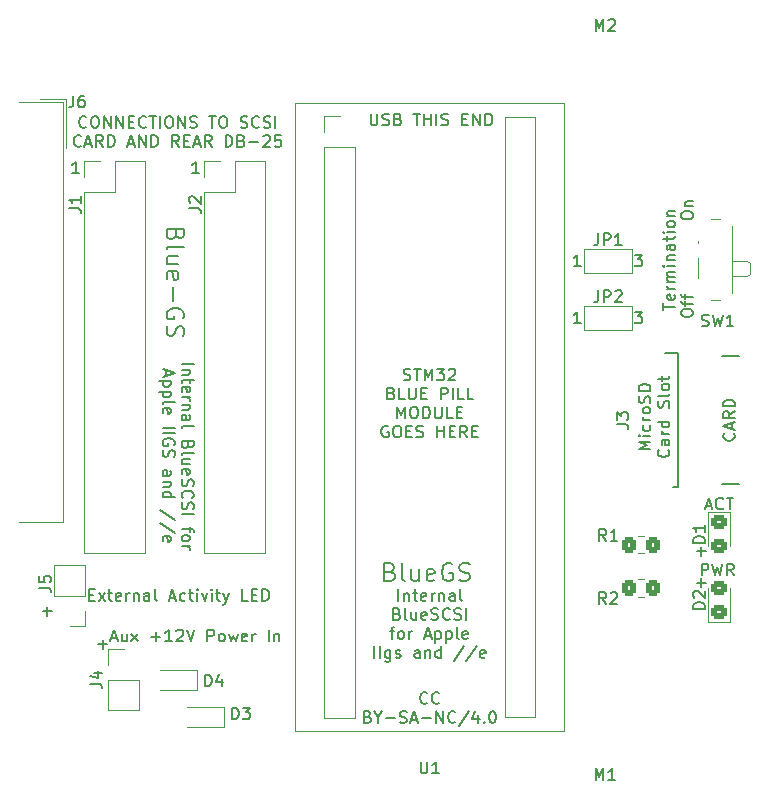
<source format=gto>
%TF.GenerationSoftware,KiCad,Pcbnew,(6.0.4-0)*%
%TF.CreationDate,2022-04-27T14:28:45-07:00*%
%TF.ProjectId,bluescsi_iigs_internal,626c7565-7363-4736-995f-696967735f69,rev?*%
%TF.SameCoordinates,Original*%
%TF.FileFunction,Legend,Top*%
%TF.FilePolarity,Positive*%
%FSLAX46Y46*%
G04 Gerber Fmt 4.6, Leading zero omitted, Abs format (unit mm)*
G04 Created by KiCad (PCBNEW (6.0.4-0)) date 2022-04-27 14:28:45*
%MOMM*%
%LPD*%
G01*
G04 APERTURE LIST*
G04 Aperture macros list*
%AMRoundRect*
0 Rectangle with rounded corners*
0 $1 Rounding radius*
0 $2 $3 $4 $5 $6 $7 $8 $9 X,Y pos of 4 corners*
0 Add a 4 corners polygon primitive as box body*
4,1,4,$2,$3,$4,$5,$6,$7,$8,$9,$2,$3,0*
0 Add four circle primitives for the rounded corners*
1,1,$1+$1,$2,$3*
1,1,$1+$1,$4,$5*
1,1,$1+$1,$6,$7*
1,1,$1+$1,$8,$9*
0 Add four rect primitives between the rounded corners*
20,1,$1+$1,$2,$3,$4,$5,0*
20,1,$1+$1,$4,$5,$6,$7,0*
20,1,$1+$1,$6,$7,$8,$9,0*
20,1,$1+$1,$8,$9,$2,$3,0*%
G04 Aperture macros list end*
%ADD10C,0.150000*%
%ADD11C,0.200000*%
%ADD12C,0.120000*%
%ADD13R,3.480000X1.846667*%
%ADD14O,2.000000X1.905000*%
%ADD15R,2.000000X1.905000*%
%ADD16O,3.500000X3.500000*%
%ADD17C,2.100000*%
%ADD18O,1.700000X1.700000*%
%ADD19R,1.700000X1.700000*%
%ADD20R,1.000000X1.500000*%
%ADD21R,1.000000X0.500000*%
%ADD22R,0.780000X0.720000*%
%ADD23R,1.080000X1.050000*%
%ADD24R,1.200000X1.050000*%
%ADD25R,2.390000X1.050000*%
%ADD26R,0.550000X2.910000*%
%ADD27R,1.000000X1.000000*%
%ADD28C,0.900000*%
%ADD29R,1.500000X0.700000*%
%ADD30R,0.800000X1.000000*%
%ADD31RoundRect,0.249999X0.450001X-0.325001X0.450001X0.325001X-0.450001X0.325001X-0.450001X-0.325001X0*%
%ADD32RoundRect,0.249999X-0.450001X0.325001X-0.450001X-0.325001X0.450001X-0.325001X0.450001X0.325001X0*%
%ADD33RoundRect,0.249999X0.350001X0.450001X-0.350001X0.450001X-0.350001X-0.450001X0.350001X-0.450001X0*%
%ADD34RoundRect,0.249999X-0.350001X-0.450001X0.350001X-0.450001X0.350001X0.450001X-0.350001X0.450001X0*%
%ADD35C,1.700000*%
G04 APERTURE END LIST*
D10*
X159829523Y-99120142D02*
X159781904Y-99167761D01*
X159639047Y-99215380D01*
X159543809Y-99215380D01*
X159400952Y-99167761D01*
X159305714Y-99072523D01*
X159258095Y-98977285D01*
X159210476Y-98786809D01*
X159210476Y-98643952D01*
X159258095Y-98453476D01*
X159305714Y-98358238D01*
X159400952Y-98263000D01*
X159543809Y-98215380D01*
X159639047Y-98215380D01*
X159781904Y-98263000D01*
X159829523Y-98310619D01*
X160829523Y-99120142D02*
X160781904Y-99167761D01*
X160639047Y-99215380D01*
X160543809Y-99215380D01*
X160400952Y-99167761D01*
X160305714Y-99072523D01*
X160258095Y-98977285D01*
X160210476Y-98786809D01*
X160210476Y-98643952D01*
X160258095Y-98453476D01*
X160305714Y-98358238D01*
X160400952Y-98263000D01*
X160543809Y-98215380D01*
X160639047Y-98215380D01*
X160781904Y-98263000D01*
X160829523Y-98310619D01*
X154781904Y-100301571D02*
X154924761Y-100349190D01*
X154972380Y-100396809D01*
X155020000Y-100492047D01*
X155020000Y-100634904D01*
X154972380Y-100730142D01*
X154924761Y-100777761D01*
X154829523Y-100825380D01*
X154448571Y-100825380D01*
X154448571Y-99825380D01*
X154781904Y-99825380D01*
X154877142Y-99873000D01*
X154924761Y-99920619D01*
X154972380Y-100015857D01*
X154972380Y-100111095D01*
X154924761Y-100206333D01*
X154877142Y-100253952D01*
X154781904Y-100301571D01*
X154448571Y-100301571D01*
X155639047Y-100349190D02*
X155639047Y-100825380D01*
X155305714Y-99825380D02*
X155639047Y-100349190D01*
X155972380Y-99825380D01*
X156305714Y-100444428D02*
X157067619Y-100444428D01*
X157496190Y-100777761D02*
X157639047Y-100825380D01*
X157877142Y-100825380D01*
X157972380Y-100777761D01*
X158020000Y-100730142D01*
X158067619Y-100634904D01*
X158067619Y-100539666D01*
X158020000Y-100444428D01*
X157972380Y-100396809D01*
X157877142Y-100349190D01*
X157686666Y-100301571D01*
X157591428Y-100253952D01*
X157543809Y-100206333D01*
X157496190Y-100111095D01*
X157496190Y-100015857D01*
X157543809Y-99920619D01*
X157591428Y-99873000D01*
X157686666Y-99825380D01*
X157924761Y-99825380D01*
X158067619Y-99873000D01*
X158448571Y-100539666D02*
X158924761Y-100539666D01*
X158353333Y-100825380D02*
X158686666Y-99825380D01*
X159020000Y-100825380D01*
X159353333Y-100444428D02*
X160115238Y-100444428D01*
X160591428Y-100825380D02*
X160591428Y-99825380D01*
X161162857Y-100825380D01*
X161162857Y-99825380D01*
X162210476Y-100730142D02*
X162162857Y-100777761D01*
X162020000Y-100825380D01*
X161924761Y-100825380D01*
X161781904Y-100777761D01*
X161686666Y-100682523D01*
X161639047Y-100587285D01*
X161591428Y-100396809D01*
X161591428Y-100253952D01*
X161639047Y-100063476D01*
X161686666Y-99968238D01*
X161781904Y-99873000D01*
X161924761Y-99825380D01*
X162020000Y-99825380D01*
X162162857Y-99873000D01*
X162210476Y-99920619D01*
X163353333Y-99777761D02*
X162496190Y-101063476D01*
X164115238Y-100158714D02*
X164115238Y-100825380D01*
X163877142Y-99777761D02*
X163639047Y-100492047D01*
X164258095Y-100492047D01*
X164639047Y-100730142D02*
X164686666Y-100777761D01*
X164639047Y-100825380D01*
X164591428Y-100777761D01*
X164639047Y-100730142D01*
X164639047Y-100825380D01*
X165305714Y-99825380D02*
X165400952Y-99825380D01*
X165496190Y-99873000D01*
X165543809Y-99920619D01*
X165591428Y-100015857D01*
X165639047Y-100206333D01*
X165639047Y-100444428D01*
X165591428Y-100634904D01*
X165543809Y-100730142D01*
X165496190Y-100777761D01*
X165400952Y-100825380D01*
X165305714Y-100825380D01*
X165210476Y-100777761D01*
X165162857Y-100730142D01*
X165115238Y-100634904D01*
X165067619Y-100444428D01*
X165067619Y-100206333D01*
X165115238Y-100015857D01*
X165162857Y-99920619D01*
X165210476Y-99873000D01*
X165305714Y-99825380D01*
X157377142Y-90493380D02*
X157377142Y-89493380D01*
X157853333Y-89826714D02*
X157853333Y-90493380D01*
X157853333Y-89921952D02*
X157900952Y-89874333D01*
X157996190Y-89826714D01*
X158139047Y-89826714D01*
X158234285Y-89874333D01*
X158281904Y-89969571D01*
X158281904Y-90493380D01*
X158615238Y-89826714D02*
X158996190Y-89826714D01*
X158758095Y-89493380D02*
X158758095Y-90350523D01*
X158805714Y-90445761D01*
X158900952Y-90493380D01*
X158996190Y-90493380D01*
X159710476Y-90445761D02*
X159615238Y-90493380D01*
X159424761Y-90493380D01*
X159329523Y-90445761D01*
X159281904Y-90350523D01*
X159281904Y-89969571D01*
X159329523Y-89874333D01*
X159424761Y-89826714D01*
X159615238Y-89826714D01*
X159710476Y-89874333D01*
X159758095Y-89969571D01*
X159758095Y-90064809D01*
X159281904Y-90160047D01*
X160186666Y-90493380D02*
X160186666Y-89826714D01*
X160186666Y-90017190D02*
X160234285Y-89921952D01*
X160281904Y-89874333D01*
X160377142Y-89826714D01*
X160472380Y-89826714D01*
X160805714Y-89826714D02*
X160805714Y-90493380D01*
X160805714Y-89921952D02*
X160853333Y-89874333D01*
X160948571Y-89826714D01*
X161091428Y-89826714D01*
X161186666Y-89874333D01*
X161234285Y-89969571D01*
X161234285Y-90493380D01*
X162139047Y-90493380D02*
X162139047Y-89969571D01*
X162091428Y-89874333D01*
X161996190Y-89826714D01*
X161805714Y-89826714D01*
X161710476Y-89874333D01*
X162139047Y-90445761D02*
X162043809Y-90493380D01*
X161805714Y-90493380D01*
X161710476Y-90445761D01*
X161662857Y-90350523D01*
X161662857Y-90255285D01*
X161710476Y-90160047D01*
X161805714Y-90112428D01*
X162043809Y-90112428D01*
X162139047Y-90064809D01*
X162758095Y-90493380D02*
X162662857Y-90445761D01*
X162615238Y-90350523D01*
X162615238Y-89493380D01*
X157258095Y-91579571D02*
X157400952Y-91627190D01*
X157448571Y-91674809D01*
X157496190Y-91770047D01*
X157496190Y-91912904D01*
X157448571Y-92008142D01*
X157400952Y-92055761D01*
X157305714Y-92103380D01*
X156924761Y-92103380D01*
X156924761Y-91103380D01*
X157258095Y-91103380D01*
X157353333Y-91151000D01*
X157400952Y-91198619D01*
X157448571Y-91293857D01*
X157448571Y-91389095D01*
X157400952Y-91484333D01*
X157353333Y-91531952D01*
X157258095Y-91579571D01*
X156924761Y-91579571D01*
X158067619Y-92103380D02*
X157972380Y-92055761D01*
X157924761Y-91960523D01*
X157924761Y-91103380D01*
X158877142Y-91436714D02*
X158877142Y-92103380D01*
X158448571Y-91436714D02*
X158448571Y-91960523D01*
X158496190Y-92055761D01*
X158591428Y-92103380D01*
X158734285Y-92103380D01*
X158829523Y-92055761D01*
X158877142Y-92008142D01*
X159734285Y-92055761D02*
X159639047Y-92103380D01*
X159448571Y-92103380D01*
X159353333Y-92055761D01*
X159305714Y-91960523D01*
X159305714Y-91579571D01*
X159353333Y-91484333D01*
X159448571Y-91436714D01*
X159639047Y-91436714D01*
X159734285Y-91484333D01*
X159781904Y-91579571D01*
X159781904Y-91674809D01*
X159305714Y-91770047D01*
X160162857Y-92055761D02*
X160305714Y-92103380D01*
X160543809Y-92103380D01*
X160639047Y-92055761D01*
X160686666Y-92008142D01*
X160734285Y-91912904D01*
X160734285Y-91817666D01*
X160686666Y-91722428D01*
X160639047Y-91674809D01*
X160543809Y-91627190D01*
X160353333Y-91579571D01*
X160258095Y-91531952D01*
X160210476Y-91484333D01*
X160162857Y-91389095D01*
X160162857Y-91293857D01*
X160210476Y-91198619D01*
X160258095Y-91151000D01*
X160353333Y-91103380D01*
X160591428Y-91103380D01*
X160734285Y-91151000D01*
X161734285Y-92008142D02*
X161686666Y-92055761D01*
X161543809Y-92103380D01*
X161448571Y-92103380D01*
X161305714Y-92055761D01*
X161210476Y-91960523D01*
X161162857Y-91865285D01*
X161115238Y-91674809D01*
X161115238Y-91531952D01*
X161162857Y-91341476D01*
X161210476Y-91246238D01*
X161305714Y-91151000D01*
X161448571Y-91103380D01*
X161543809Y-91103380D01*
X161686666Y-91151000D01*
X161734285Y-91198619D01*
X162115238Y-92055761D02*
X162258095Y-92103380D01*
X162496190Y-92103380D01*
X162591428Y-92055761D01*
X162639047Y-92008142D01*
X162686666Y-91912904D01*
X162686666Y-91817666D01*
X162639047Y-91722428D01*
X162591428Y-91674809D01*
X162496190Y-91627190D01*
X162305714Y-91579571D01*
X162210476Y-91531952D01*
X162162857Y-91484333D01*
X162115238Y-91389095D01*
X162115238Y-91293857D01*
X162162857Y-91198619D01*
X162210476Y-91151000D01*
X162305714Y-91103380D01*
X162543809Y-91103380D01*
X162686666Y-91151000D01*
X163115238Y-92103380D02*
X163115238Y-91103380D01*
X156662857Y-93046714D02*
X157043809Y-93046714D01*
X156805714Y-93713380D02*
X156805714Y-92856238D01*
X156853333Y-92761000D01*
X156948571Y-92713380D01*
X157043809Y-92713380D01*
X157520000Y-93713380D02*
X157424761Y-93665761D01*
X157377142Y-93618142D01*
X157329523Y-93522904D01*
X157329523Y-93237190D01*
X157377142Y-93141952D01*
X157424761Y-93094333D01*
X157520000Y-93046714D01*
X157662857Y-93046714D01*
X157758095Y-93094333D01*
X157805714Y-93141952D01*
X157853333Y-93237190D01*
X157853333Y-93522904D01*
X157805714Y-93618142D01*
X157758095Y-93665761D01*
X157662857Y-93713380D01*
X157520000Y-93713380D01*
X158281904Y-93713380D02*
X158281904Y-93046714D01*
X158281904Y-93237190D02*
X158329523Y-93141952D01*
X158377142Y-93094333D01*
X158472380Y-93046714D01*
X158567619Y-93046714D01*
X159615238Y-93427666D02*
X160091428Y-93427666D01*
X159520000Y-93713380D02*
X159853333Y-92713380D01*
X160186666Y-93713380D01*
X160520000Y-93046714D02*
X160520000Y-94046714D01*
X160520000Y-93094333D02*
X160615238Y-93046714D01*
X160805714Y-93046714D01*
X160900952Y-93094333D01*
X160948571Y-93141952D01*
X160996190Y-93237190D01*
X160996190Y-93522904D01*
X160948571Y-93618142D01*
X160900952Y-93665761D01*
X160805714Y-93713380D01*
X160615238Y-93713380D01*
X160520000Y-93665761D01*
X161424761Y-93046714D02*
X161424761Y-94046714D01*
X161424761Y-93094333D02*
X161520000Y-93046714D01*
X161710476Y-93046714D01*
X161805714Y-93094333D01*
X161853333Y-93141952D01*
X161900952Y-93237190D01*
X161900952Y-93522904D01*
X161853333Y-93618142D01*
X161805714Y-93665761D01*
X161710476Y-93713380D01*
X161520000Y-93713380D01*
X161424761Y-93665761D01*
X162472380Y-93713380D02*
X162377142Y-93665761D01*
X162329523Y-93570523D01*
X162329523Y-92713380D01*
X163234285Y-93665761D02*
X163139047Y-93713380D01*
X162948571Y-93713380D01*
X162853333Y-93665761D01*
X162805714Y-93570523D01*
X162805714Y-93189571D01*
X162853333Y-93094333D01*
X162948571Y-93046714D01*
X163139047Y-93046714D01*
X163234285Y-93094333D01*
X163281904Y-93189571D01*
X163281904Y-93284809D01*
X162805714Y-93380047D01*
X155329523Y-95323380D02*
X155329523Y-94323380D01*
X155805714Y-95323380D02*
X155805714Y-94323380D01*
X156710476Y-94656714D02*
X156710476Y-95466238D01*
X156662857Y-95561476D01*
X156615238Y-95609095D01*
X156520000Y-95656714D01*
X156377142Y-95656714D01*
X156281904Y-95609095D01*
X156710476Y-95275761D02*
X156615238Y-95323380D01*
X156424761Y-95323380D01*
X156329523Y-95275761D01*
X156281904Y-95228142D01*
X156234285Y-95132904D01*
X156234285Y-94847190D01*
X156281904Y-94751952D01*
X156329523Y-94704333D01*
X156424761Y-94656714D01*
X156615238Y-94656714D01*
X156710476Y-94704333D01*
X157139047Y-95275761D02*
X157234285Y-95323380D01*
X157424761Y-95323380D01*
X157520000Y-95275761D01*
X157567619Y-95180523D01*
X157567619Y-95132904D01*
X157520000Y-95037666D01*
X157424761Y-94990047D01*
X157281904Y-94990047D01*
X157186666Y-94942428D01*
X157139047Y-94847190D01*
X157139047Y-94799571D01*
X157186666Y-94704333D01*
X157281904Y-94656714D01*
X157424761Y-94656714D01*
X157520000Y-94704333D01*
X159186666Y-95323380D02*
X159186666Y-94799571D01*
X159139047Y-94704333D01*
X159043809Y-94656714D01*
X158853333Y-94656714D01*
X158758095Y-94704333D01*
X159186666Y-95275761D02*
X159091428Y-95323380D01*
X158853333Y-95323380D01*
X158758095Y-95275761D01*
X158710476Y-95180523D01*
X158710476Y-95085285D01*
X158758095Y-94990047D01*
X158853333Y-94942428D01*
X159091428Y-94942428D01*
X159186666Y-94894809D01*
X159662857Y-94656714D02*
X159662857Y-95323380D01*
X159662857Y-94751952D02*
X159710476Y-94704333D01*
X159805714Y-94656714D01*
X159948571Y-94656714D01*
X160043809Y-94704333D01*
X160091428Y-94799571D01*
X160091428Y-95323380D01*
X160996190Y-95323380D02*
X160996190Y-94323380D01*
X160996190Y-95275761D02*
X160900952Y-95323380D01*
X160710476Y-95323380D01*
X160615238Y-95275761D01*
X160567619Y-95228142D01*
X160520000Y-95132904D01*
X160520000Y-94847190D01*
X160567619Y-94751952D01*
X160615238Y-94704333D01*
X160710476Y-94656714D01*
X160900952Y-94656714D01*
X160996190Y-94704333D01*
X162948571Y-94275761D02*
X162091428Y-95561476D01*
X163996190Y-94275761D02*
X163139047Y-95561476D01*
X164710476Y-95275761D02*
X164615238Y-95323380D01*
X164424761Y-95323380D01*
X164329523Y-95275761D01*
X164281904Y-95180523D01*
X164281904Y-94799571D01*
X164329523Y-94704333D01*
X164424761Y-94656714D01*
X164615238Y-94656714D01*
X164710476Y-94704333D01*
X164758095Y-94799571D01*
X164758095Y-94894809D01*
X164281904Y-94990047D01*
D11*
X156694571Y-88030857D02*
X156908857Y-88102285D01*
X156980285Y-88173714D01*
X157051714Y-88316571D01*
X157051714Y-88530857D01*
X156980285Y-88673714D01*
X156908857Y-88745142D01*
X156766000Y-88816571D01*
X156194571Y-88816571D01*
X156194571Y-87316571D01*
X156694571Y-87316571D01*
X156837428Y-87388000D01*
X156908857Y-87459428D01*
X156980285Y-87602285D01*
X156980285Y-87745142D01*
X156908857Y-87888000D01*
X156837428Y-87959428D01*
X156694571Y-88030857D01*
X156194571Y-88030857D01*
X157908857Y-88816571D02*
X157766000Y-88745142D01*
X157694571Y-88602285D01*
X157694571Y-87316571D01*
X159123142Y-87816571D02*
X159123142Y-88816571D01*
X158480285Y-87816571D02*
X158480285Y-88602285D01*
X158551714Y-88745142D01*
X158694571Y-88816571D01*
X158908857Y-88816571D01*
X159051714Y-88745142D01*
X159123142Y-88673714D01*
X160408857Y-88745142D02*
X160266000Y-88816571D01*
X159980285Y-88816571D01*
X159837428Y-88745142D01*
X159766000Y-88602285D01*
X159766000Y-88030857D01*
X159837428Y-87888000D01*
X159980285Y-87816571D01*
X160266000Y-87816571D01*
X160408857Y-87888000D01*
X160480285Y-88030857D01*
X160480285Y-88173714D01*
X159766000Y-88316571D01*
X161908857Y-87388000D02*
X161766000Y-87316571D01*
X161551714Y-87316571D01*
X161337428Y-87388000D01*
X161194571Y-87530857D01*
X161123142Y-87673714D01*
X161051714Y-87959428D01*
X161051714Y-88173714D01*
X161123142Y-88459428D01*
X161194571Y-88602285D01*
X161337428Y-88745142D01*
X161551714Y-88816571D01*
X161694571Y-88816571D01*
X161908857Y-88745142D01*
X161980285Y-88673714D01*
X161980285Y-88173714D01*
X161694571Y-88173714D01*
X162551714Y-88745142D02*
X162766000Y-88816571D01*
X163123142Y-88816571D01*
X163266000Y-88745142D01*
X163337428Y-88673714D01*
X163408857Y-88530857D01*
X163408857Y-88388000D01*
X163337428Y-88245142D01*
X163266000Y-88173714D01*
X163123142Y-88102285D01*
X162837428Y-88030857D01*
X162694571Y-87959428D01*
X162623142Y-87888000D01*
X162551714Y-87745142D01*
X162551714Y-87602285D01*
X162623142Y-87459428D01*
X162694571Y-87388000D01*
X162837428Y-87316571D01*
X163194571Y-87316571D01*
X163408857Y-87388000D01*
D10*
X186205714Y-80636380D02*
X184777142Y-80636380D01*
X185777142Y-76303047D02*
X185824761Y-76350666D01*
X185872380Y-76493523D01*
X185872380Y-76588761D01*
X185824761Y-76731619D01*
X185729523Y-76826857D01*
X185634285Y-76874476D01*
X185443809Y-76922095D01*
X185300952Y-76922095D01*
X185110476Y-76874476D01*
X185015238Y-76826857D01*
X184920000Y-76731619D01*
X184872380Y-76588761D01*
X184872380Y-76493523D01*
X184920000Y-76350666D01*
X184967619Y-76303047D01*
X185586666Y-75922095D02*
X185586666Y-75445904D01*
X185872380Y-76017333D02*
X184872380Y-75684000D01*
X185872380Y-75350666D01*
X185872380Y-74445904D02*
X185396190Y-74779238D01*
X185872380Y-75017333D02*
X184872380Y-75017333D01*
X184872380Y-74636380D01*
X184920000Y-74541142D01*
X184967619Y-74493523D01*
X185062857Y-74445904D01*
X185205714Y-74445904D01*
X185300952Y-74493523D01*
X185348571Y-74541142D01*
X185396190Y-74636380D01*
X185396190Y-75017333D01*
X185872380Y-74017333D02*
X184872380Y-74017333D01*
X184872380Y-73779238D01*
X184920000Y-73636380D01*
X185015238Y-73541142D01*
X185110476Y-73493523D01*
X185300952Y-73445904D01*
X185443809Y-73445904D01*
X185634285Y-73493523D01*
X185729523Y-73541142D01*
X185824761Y-73636380D01*
X185872380Y-73779238D01*
X185872380Y-74017333D01*
X186205714Y-69731619D02*
X184777142Y-69731619D01*
X182626047Y-88971428D02*
X183387952Y-88971428D01*
X183007000Y-89352380D02*
X183007000Y-88590476D01*
X182626047Y-86304428D02*
X183387952Y-86304428D01*
X183007000Y-86685380D02*
X183007000Y-85923476D01*
X131205595Y-89971571D02*
X131538928Y-89971571D01*
X131681785Y-90495380D02*
X131205595Y-90495380D01*
X131205595Y-89495380D01*
X131681785Y-89495380D01*
X132015119Y-90495380D02*
X132538928Y-89828714D01*
X132015119Y-89828714D02*
X132538928Y-90495380D01*
X132777023Y-89828714D02*
X133157976Y-89828714D01*
X132919880Y-89495380D02*
X132919880Y-90352523D01*
X132967500Y-90447761D01*
X133062738Y-90495380D01*
X133157976Y-90495380D01*
X133872261Y-90447761D02*
X133777023Y-90495380D01*
X133586547Y-90495380D01*
X133491309Y-90447761D01*
X133443690Y-90352523D01*
X133443690Y-89971571D01*
X133491309Y-89876333D01*
X133586547Y-89828714D01*
X133777023Y-89828714D01*
X133872261Y-89876333D01*
X133919880Y-89971571D01*
X133919880Y-90066809D01*
X133443690Y-90162047D01*
X134348452Y-90495380D02*
X134348452Y-89828714D01*
X134348452Y-90019190D02*
X134396071Y-89923952D01*
X134443690Y-89876333D01*
X134538928Y-89828714D01*
X134634166Y-89828714D01*
X134967500Y-89828714D02*
X134967500Y-90495380D01*
X134967500Y-89923952D02*
X135015119Y-89876333D01*
X135110357Y-89828714D01*
X135253214Y-89828714D01*
X135348452Y-89876333D01*
X135396071Y-89971571D01*
X135396071Y-90495380D01*
X136300833Y-90495380D02*
X136300833Y-89971571D01*
X136253214Y-89876333D01*
X136157976Y-89828714D01*
X135967500Y-89828714D01*
X135872261Y-89876333D01*
X136300833Y-90447761D02*
X136205595Y-90495380D01*
X135967500Y-90495380D01*
X135872261Y-90447761D01*
X135824642Y-90352523D01*
X135824642Y-90257285D01*
X135872261Y-90162047D01*
X135967500Y-90114428D01*
X136205595Y-90114428D01*
X136300833Y-90066809D01*
X136919880Y-90495380D02*
X136824642Y-90447761D01*
X136777023Y-90352523D01*
X136777023Y-89495380D01*
X138015119Y-90209666D02*
X138491309Y-90209666D01*
X137919880Y-90495380D02*
X138253214Y-89495380D01*
X138586547Y-90495380D01*
X139348452Y-90447761D02*
X139253214Y-90495380D01*
X139062738Y-90495380D01*
X138967500Y-90447761D01*
X138919880Y-90400142D01*
X138872261Y-90304904D01*
X138872261Y-90019190D01*
X138919880Y-89923952D01*
X138967500Y-89876333D01*
X139062738Y-89828714D01*
X139253214Y-89828714D01*
X139348452Y-89876333D01*
X139634166Y-89828714D02*
X140015119Y-89828714D01*
X139777023Y-89495380D02*
X139777023Y-90352523D01*
X139824642Y-90447761D01*
X139919880Y-90495380D01*
X140015119Y-90495380D01*
X140348452Y-90495380D02*
X140348452Y-89828714D01*
X140348452Y-89495380D02*
X140300833Y-89543000D01*
X140348452Y-89590619D01*
X140396071Y-89543000D01*
X140348452Y-89495380D01*
X140348452Y-89590619D01*
X140729404Y-89828714D02*
X140967500Y-90495380D01*
X141205595Y-89828714D01*
X141586547Y-90495380D02*
X141586547Y-89828714D01*
X141586547Y-89495380D02*
X141538928Y-89543000D01*
X141586547Y-89590619D01*
X141634166Y-89543000D01*
X141586547Y-89495380D01*
X141586547Y-89590619D01*
X141919880Y-89828714D02*
X142300833Y-89828714D01*
X142062738Y-89495380D02*
X142062738Y-90352523D01*
X142110357Y-90447761D01*
X142205595Y-90495380D01*
X142300833Y-90495380D01*
X142538928Y-89828714D02*
X142777023Y-90495380D01*
X143015119Y-89828714D02*
X142777023Y-90495380D01*
X142681785Y-90733476D01*
X142634166Y-90781095D01*
X142538928Y-90828714D01*
X144634166Y-90495380D02*
X144157976Y-90495380D01*
X144157976Y-89495380D01*
X144967500Y-89971571D02*
X145300833Y-89971571D01*
X145443690Y-90495380D02*
X144967500Y-90495380D01*
X144967500Y-89495380D01*
X145443690Y-89495380D01*
X145872261Y-90495380D02*
X145872261Y-89495380D01*
X146110357Y-89495380D01*
X146253214Y-89543000D01*
X146348452Y-89638238D01*
X146396071Y-89733476D01*
X146443690Y-89923952D01*
X146443690Y-90066809D01*
X146396071Y-90257285D01*
X146348452Y-90352523D01*
X146253214Y-90447761D01*
X146110357Y-90495380D01*
X145872261Y-90495380D01*
X128015952Y-91368571D02*
X127254047Y-91368571D01*
X127635000Y-90987619D02*
X127635000Y-91749523D01*
X138537142Y-59500000D02*
X138465714Y-59714285D01*
X138394285Y-59785714D01*
X138251428Y-59857142D01*
X138037142Y-59857142D01*
X137894285Y-59785714D01*
X137822857Y-59714285D01*
X137751428Y-59571428D01*
X137751428Y-59000000D01*
X139251428Y-59000000D01*
X139251428Y-59500000D01*
X139180000Y-59642857D01*
X139108571Y-59714285D01*
X138965714Y-59785714D01*
X138822857Y-59785714D01*
X138680000Y-59714285D01*
X138608571Y-59642857D01*
X138537142Y-59500000D01*
X138537142Y-59000000D01*
X137751428Y-60714285D02*
X137822857Y-60571428D01*
X137965714Y-60500000D01*
X139251428Y-60500000D01*
X138751428Y-61928571D02*
X137751428Y-61928571D01*
X138751428Y-61285714D02*
X137965714Y-61285714D01*
X137822857Y-61357142D01*
X137751428Y-61500000D01*
X137751428Y-61714285D01*
X137822857Y-61857142D01*
X137894285Y-61928571D01*
X137822857Y-63214285D02*
X137751428Y-63071428D01*
X137751428Y-62785714D01*
X137822857Y-62642857D01*
X137965714Y-62571428D01*
X138537142Y-62571428D01*
X138680000Y-62642857D01*
X138751428Y-62785714D01*
X138751428Y-63071428D01*
X138680000Y-63214285D01*
X138537142Y-63285714D01*
X138394285Y-63285714D01*
X138251428Y-62571428D01*
X138322857Y-63928571D02*
X138322857Y-65071428D01*
X139180000Y-66571428D02*
X139251428Y-66428571D01*
X139251428Y-66214285D01*
X139180000Y-66000000D01*
X139037142Y-65857142D01*
X138894285Y-65785714D01*
X138608571Y-65714285D01*
X138394285Y-65714285D01*
X138108571Y-65785714D01*
X137965714Y-65857142D01*
X137822857Y-66000000D01*
X137751428Y-66214285D01*
X137751428Y-66357142D01*
X137822857Y-66571428D01*
X137894285Y-66642857D01*
X138394285Y-66642857D01*
X138394285Y-66357142D01*
X137822857Y-67214285D02*
X137751428Y-67428571D01*
X137751428Y-67785714D01*
X137822857Y-67928571D01*
X137894285Y-68000000D01*
X138037142Y-68071428D01*
X138180000Y-68071428D01*
X138322857Y-68000000D01*
X138394285Y-67928571D01*
X138465714Y-67785714D01*
X138537142Y-67500000D01*
X138608571Y-67357142D01*
X138680000Y-67285714D01*
X138822857Y-67214285D01*
X138965714Y-67214285D01*
X139108571Y-67285714D01*
X139180000Y-67357142D01*
X139251428Y-67500000D01*
X139251428Y-67857142D01*
X139180000Y-68071428D01*
X132714952Y-94162571D02*
X131953047Y-94162571D01*
X132334000Y-93781619D02*
X132334000Y-94543523D01*
X133065142Y-93638666D02*
X133541333Y-93638666D01*
X132969904Y-93924380D02*
X133303238Y-92924380D01*
X133636571Y-93924380D01*
X134398476Y-93257714D02*
X134398476Y-93924380D01*
X133969904Y-93257714D02*
X133969904Y-93781523D01*
X134017523Y-93876761D01*
X134112761Y-93924380D01*
X134255619Y-93924380D01*
X134350857Y-93876761D01*
X134398476Y-93829142D01*
X134779428Y-93924380D02*
X135303238Y-93257714D01*
X134779428Y-93257714D02*
X135303238Y-93924380D01*
X136446095Y-93543428D02*
X137208000Y-93543428D01*
X136827047Y-93924380D02*
X136827047Y-93162476D01*
X138208000Y-93924380D02*
X137636571Y-93924380D01*
X137922285Y-93924380D02*
X137922285Y-92924380D01*
X137827047Y-93067238D01*
X137731809Y-93162476D01*
X137636571Y-93210095D01*
X138588952Y-93019619D02*
X138636571Y-92972000D01*
X138731809Y-92924380D01*
X138969904Y-92924380D01*
X139065142Y-92972000D01*
X139112761Y-93019619D01*
X139160380Y-93114857D01*
X139160380Y-93210095D01*
X139112761Y-93352952D01*
X138541333Y-93924380D01*
X139160380Y-93924380D01*
X139446095Y-92924380D02*
X139779428Y-93924380D01*
X140112761Y-92924380D01*
X141208000Y-93924380D02*
X141208000Y-92924380D01*
X141588952Y-92924380D01*
X141684190Y-92972000D01*
X141731809Y-93019619D01*
X141779428Y-93114857D01*
X141779428Y-93257714D01*
X141731809Y-93352952D01*
X141684190Y-93400571D01*
X141588952Y-93448190D01*
X141208000Y-93448190D01*
X142350857Y-93924380D02*
X142255619Y-93876761D01*
X142208000Y-93829142D01*
X142160380Y-93733904D01*
X142160380Y-93448190D01*
X142208000Y-93352952D01*
X142255619Y-93305333D01*
X142350857Y-93257714D01*
X142493714Y-93257714D01*
X142588952Y-93305333D01*
X142636571Y-93352952D01*
X142684190Y-93448190D01*
X142684190Y-93733904D01*
X142636571Y-93829142D01*
X142588952Y-93876761D01*
X142493714Y-93924380D01*
X142350857Y-93924380D01*
X143017523Y-93257714D02*
X143208000Y-93924380D01*
X143398476Y-93448190D01*
X143588952Y-93924380D01*
X143779428Y-93257714D01*
X144541333Y-93876761D02*
X144446095Y-93924380D01*
X144255619Y-93924380D01*
X144160380Y-93876761D01*
X144112761Y-93781523D01*
X144112761Y-93400571D01*
X144160380Y-93305333D01*
X144255619Y-93257714D01*
X144446095Y-93257714D01*
X144541333Y-93305333D01*
X144588952Y-93400571D01*
X144588952Y-93495809D01*
X144112761Y-93591047D01*
X145017523Y-93924380D02*
X145017523Y-93257714D01*
X145017523Y-93448190D02*
X145065142Y-93352952D01*
X145112761Y-93305333D01*
X145208000Y-93257714D01*
X145303238Y-93257714D01*
X146398476Y-93924380D02*
X146398476Y-92924380D01*
X146874666Y-93257714D02*
X146874666Y-93924380D01*
X146874666Y-93352952D02*
X146922285Y-93305333D01*
X147017523Y-93257714D01*
X147160380Y-93257714D01*
X147255619Y-93305333D01*
X147303238Y-93400571D01*
X147303238Y-93924380D01*
X178717380Y-77668095D02*
X177717380Y-77668095D01*
X178431666Y-77334761D01*
X177717380Y-77001428D01*
X178717380Y-77001428D01*
X178717380Y-76525238D02*
X178050714Y-76525238D01*
X177717380Y-76525238D02*
X177765000Y-76572857D01*
X177812619Y-76525238D01*
X177765000Y-76477619D01*
X177717380Y-76525238D01*
X177812619Y-76525238D01*
X178669761Y-75620476D02*
X178717380Y-75715714D01*
X178717380Y-75906190D01*
X178669761Y-76001428D01*
X178622142Y-76049047D01*
X178526904Y-76096666D01*
X178241190Y-76096666D01*
X178145952Y-76049047D01*
X178098333Y-76001428D01*
X178050714Y-75906190D01*
X178050714Y-75715714D01*
X178098333Y-75620476D01*
X178717380Y-75191904D02*
X178050714Y-75191904D01*
X178241190Y-75191904D02*
X178145952Y-75144285D01*
X178098333Y-75096666D01*
X178050714Y-75001428D01*
X178050714Y-74906190D01*
X178717380Y-74430000D02*
X178669761Y-74525238D01*
X178622142Y-74572857D01*
X178526904Y-74620476D01*
X178241190Y-74620476D01*
X178145952Y-74572857D01*
X178098333Y-74525238D01*
X178050714Y-74430000D01*
X178050714Y-74287142D01*
X178098333Y-74191904D01*
X178145952Y-74144285D01*
X178241190Y-74096666D01*
X178526904Y-74096666D01*
X178622142Y-74144285D01*
X178669761Y-74191904D01*
X178717380Y-74287142D01*
X178717380Y-74430000D01*
X178669761Y-73715714D02*
X178717380Y-73572857D01*
X178717380Y-73334761D01*
X178669761Y-73239523D01*
X178622142Y-73191904D01*
X178526904Y-73144285D01*
X178431666Y-73144285D01*
X178336428Y-73191904D01*
X178288809Y-73239523D01*
X178241190Y-73334761D01*
X178193571Y-73525238D01*
X178145952Y-73620476D01*
X178098333Y-73668095D01*
X178003095Y-73715714D01*
X177907857Y-73715714D01*
X177812619Y-73668095D01*
X177765000Y-73620476D01*
X177717380Y-73525238D01*
X177717380Y-73287142D01*
X177765000Y-73144285D01*
X178717380Y-72715714D02*
X177717380Y-72715714D01*
X177717380Y-72477619D01*
X177765000Y-72334761D01*
X177860238Y-72239523D01*
X177955476Y-72191904D01*
X178145952Y-72144285D01*
X178288809Y-72144285D01*
X178479285Y-72191904D01*
X178574523Y-72239523D01*
X178669761Y-72334761D01*
X178717380Y-72477619D01*
X178717380Y-72715714D01*
X180232142Y-77691904D02*
X180279761Y-77739523D01*
X180327380Y-77882380D01*
X180327380Y-77977619D01*
X180279761Y-78120476D01*
X180184523Y-78215714D01*
X180089285Y-78263333D01*
X179898809Y-78310952D01*
X179755952Y-78310952D01*
X179565476Y-78263333D01*
X179470238Y-78215714D01*
X179375000Y-78120476D01*
X179327380Y-77977619D01*
X179327380Y-77882380D01*
X179375000Y-77739523D01*
X179422619Y-77691904D01*
X180327380Y-76834761D02*
X179803571Y-76834761D01*
X179708333Y-76882380D01*
X179660714Y-76977619D01*
X179660714Y-77168095D01*
X179708333Y-77263333D01*
X180279761Y-76834761D02*
X180327380Y-76930000D01*
X180327380Y-77168095D01*
X180279761Y-77263333D01*
X180184523Y-77310952D01*
X180089285Y-77310952D01*
X179994047Y-77263333D01*
X179946428Y-77168095D01*
X179946428Y-76930000D01*
X179898809Y-76834761D01*
X180327380Y-76358571D02*
X179660714Y-76358571D01*
X179851190Y-76358571D02*
X179755952Y-76310952D01*
X179708333Y-76263333D01*
X179660714Y-76168095D01*
X179660714Y-76072857D01*
X180327380Y-75310952D02*
X179327380Y-75310952D01*
X180279761Y-75310952D02*
X180327380Y-75406190D01*
X180327380Y-75596666D01*
X180279761Y-75691904D01*
X180232142Y-75739523D01*
X180136904Y-75787142D01*
X179851190Y-75787142D01*
X179755952Y-75739523D01*
X179708333Y-75691904D01*
X179660714Y-75596666D01*
X179660714Y-75406190D01*
X179708333Y-75310952D01*
X180279761Y-74120476D02*
X180327380Y-73977619D01*
X180327380Y-73739523D01*
X180279761Y-73644285D01*
X180232142Y-73596666D01*
X180136904Y-73549047D01*
X180041666Y-73549047D01*
X179946428Y-73596666D01*
X179898809Y-73644285D01*
X179851190Y-73739523D01*
X179803571Y-73930000D01*
X179755952Y-74025238D01*
X179708333Y-74072857D01*
X179613095Y-74120476D01*
X179517857Y-74120476D01*
X179422619Y-74072857D01*
X179375000Y-74025238D01*
X179327380Y-73930000D01*
X179327380Y-73691904D01*
X179375000Y-73549047D01*
X180327380Y-72977619D02*
X180279761Y-73072857D01*
X180184523Y-73120476D01*
X179327380Y-73120476D01*
X180327380Y-72453809D02*
X180279761Y-72549047D01*
X180232142Y-72596666D01*
X180136904Y-72644285D01*
X179851190Y-72644285D01*
X179755952Y-72596666D01*
X179708333Y-72549047D01*
X179660714Y-72453809D01*
X179660714Y-72310952D01*
X179708333Y-72215714D01*
X179755952Y-72168095D01*
X179851190Y-72120476D01*
X180136904Y-72120476D01*
X180232142Y-72168095D01*
X180279761Y-72215714D01*
X180327380Y-72310952D01*
X180327380Y-72453809D01*
X179660714Y-71834761D02*
X179660714Y-71453809D01*
X179327380Y-71691904D02*
X180184523Y-71691904D01*
X180279761Y-71644285D01*
X180327380Y-71549047D01*
X180327380Y-71453809D01*
X181316380Y-66198666D02*
X181316380Y-66008190D01*
X181364000Y-65912952D01*
X181459238Y-65817714D01*
X181649714Y-65770095D01*
X181983047Y-65770095D01*
X182173523Y-65817714D01*
X182268761Y-65912952D01*
X182316380Y-66008190D01*
X182316380Y-66198666D01*
X182268761Y-66293904D01*
X182173523Y-66389142D01*
X181983047Y-66436761D01*
X181649714Y-66436761D01*
X181459238Y-66389142D01*
X181364000Y-66293904D01*
X181316380Y-66198666D01*
X181649714Y-65484380D02*
X181649714Y-65103428D01*
X182316380Y-65341523D02*
X181459238Y-65341523D01*
X181364000Y-65293904D01*
X181316380Y-65198666D01*
X181316380Y-65103428D01*
X181649714Y-64912952D02*
X181649714Y-64532000D01*
X182316380Y-64770095D02*
X181459238Y-64770095D01*
X181364000Y-64722476D01*
X181316380Y-64627238D01*
X181316380Y-64532000D01*
X181316380Y-57951619D02*
X181316380Y-57761142D01*
X181364000Y-57665904D01*
X181459238Y-57570666D01*
X181649714Y-57523047D01*
X181983047Y-57523047D01*
X182173523Y-57570666D01*
X182268761Y-57665904D01*
X182316380Y-57761142D01*
X182316380Y-57951619D01*
X182268761Y-58046857D01*
X182173523Y-58142095D01*
X181983047Y-58189714D01*
X181649714Y-58189714D01*
X181459238Y-58142095D01*
X181364000Y-58046857D01*
X181316380Y-57951619D01*
X181649714Y-57094476D02*
X182316380Y-57094476D01*
X181744952Y-57094476D02*
X181697333Y-57046857D01*
X181649714Y-56951619D01*
X181649714Y-56808761D01*
X181697333Y-56713523D01*
X181792571Y-56665904D01*
X182316380Y-56665904D01*
X179792380Y-65856904D02*
X179792380Y-65285476D01*
X180792380Y-65571190D02*
X179792380Y-65571190D01*
X180744761Y-64571190D02*
X180792380Y-64666428D01*
X180792380Y-64856904D01*
X180744761Y-64952142D01*
X180649523Y-64999761D01*
X180268571Y-64999761D01*
X180173333Y-64952142D01*
X180125714Y-64856904D01*
X180125714Y-64666428D01*
X180173333Y-64571190D01*
X180268571Y-64523571D01*
X180363809Y-64523571D01*
X180459047Y-64999761D01*
X180792380Y-64095000D02*
X180125714Y-64095000D01*
X180316190Y-64095000D02*
X180220952Y-64047380D01*
X180173333Y-63999761D01*
X180125714Y-63904523D01*
X180125714Y-63809285D01*
X180792380Y-63475952D02*
X180125714Y-63475952D01*
X180220952Y-63475952D02*
X180173333Y-63428333D01*
X180125714Y-63333095D01*
X180125714Y-63190238D01*
X180173333Y-63095000D01*
X180268571Y-63047380D01*
X180792380Y-63047380D01*
X180268571Y-63047380D02*
X180173333Y-62999761D01*
X180125714Y-62904523D01*
X180125714Y-62761666D01*
X180173333Y-62666428D01*
X180268571Y-62618809D01*
X180792380Y-62618809D01*
X180792380Y-62142619D02*
X180125714Y-62142619D01*
X179792380Y-62142619D02*
X179840000Y-62190238D01*
X179887619Y-62142619D01*
X179840000Y-62095000D01*
X179792380Y-62142619D01*
X179887619Y-62142619D01*
X180125714Y-61666428D02*
X180792380Y-61666428D01*
X180220952Y-61666428D02*
X180173333Y-61618809D01*
X180125714Y-61523571D01*
X180125714Y-61380714D01*
X180173333Y-61285476D01*
X180268571Y-61237857D01*
X180792380Y-61237857D01*
X180792380Y-60333095D02*
X180268571Y-60333095D01*
X180173333Y-60380714D01*
X180125714Y-60475952D01*
X180125714Y-60666428D01*
X180173333Y-60761666D01*
X180744761Y-60333095D02*
X180792380Y-60428333D01*
X180792380Y-60666428D01*
X180744761Y-60761666D01*
X180649523Y-60809285D01*
X180554285Y-60809285D01*
X180459047Y-60761666D01*
X180411428Y-60666428D01*
X180411428Y-60428333D01*
X180363809Y-60333095D01*
X180125714Y-59999761D02*
X180125714Y-59618809D01*
X179792380Y-59856904D02*
X180649523Y-59856904D01*
X180744761Y-59809285D01*
X180792380Y-59714047D01*
X180792380Y-59618809D01*
X180792380Y-59285476D02*
X180125714Y-59285476D01*
X179792380Y-59285476D02*
X179840000Y-59333095D01*
X179887619Y-59285476D01*
X179840000Y-59237857D01*
X179792380Y-59285476D01*
X179887619Y-59285476D01*
X180792380Y-58666428D02*
X180744761Y-58761666D01*
X180697142Y-58809285D01*
X180601904Y-58856904D01*
X180316190Y-58856904D01*
X180220952Y-58809285D01*
X180173333Y-58761666D01*
X180125714Y-58666428D01*
X180125714Y-58523571D01*
X180173333Y-58428333D01*
X180220952Y-58380714D01*
X180316190Y-58333095D01*
X180601904Y-58333095D01*
X180697142Y-58380714D01*
X180744761Y-58428333D01*
X180792380Y-58523571D01*
X180792380Y-58666428D01*
X180125714Y-57904523D02*
X180792380Y-57904523D01*
X180220952Y-57904523D02*
X180173333Y-57856904D01*
X180125714Y-57761666D01*
X180125714Y-57618809D01*
X180173333Y-57523571D01*
X180268571Y-57475952D01*
X180792380Y-57475952D01*
X183052738Y-88336380D02*
X183052738Y-87336380D01*
X183433690Y-87336380D01*
X183528928Y-87384000D01*
X183576547Y-87431619D01*
X183624166Y-87526857D01*
X183624166Y-87669714D01*
X183576547Y-87764952D01*
X183528928Y-87812571D01*
X183433690Y-87860190D01*
X183052738Y-87860190D01*
X183957500Y-87336380D02*
X184195595Y-88336380D01*
X184386071Y-87622095D01*
X184576547Y-88336380D01*
X184814642Y-87336380D01*
X185767023Y-88336380D02*
X185433690Y-87860190D01*
X185195595Y-88336380D02*
X185195595Y-87336380D01*
X185576547Y-87336380D01*
X185671785Y-87384000D01*
X185719404Y-87431619D01*
X185767023Y-87526857D01*
X185767023Y-87669714D01*
X185719404Y-87764952D01*
X185671785Y-87812571D01*
X185576547Y-87860190D01*
X185195595Y-87860190D01*
X183401928Y-82462666D02*
X183878119Y-82462666D01*
X183306690Y-82748380D02*
X183640023Y-81748380D01*
X183973357Y-82748380D01*
X184878119Y-82653142D02*
X184830500Y-82700761D01*
X184687642Y-82748380D01*
X184592404Y-82748380D01*
X184449547Y-82700761D01*
X184354309Y-82605523D01*
X184306690Y-82510285D01*
X184259071Y-82319809D01*
X184259071Y-82176952D01*
X184306690Y-81986476D01*
X184354309Y-81891238D01*
X184449547Y-81796000D01*
X184592404Y-81748380D01*
X184687642Y-81748380D01*
X184830500Y-81796000D01*
X184878119Y-81843619D01*
X185163833Y-81748380D02*
X185735261Y-81748380D01*
X185449547Y-82748380D02*
X185449547Y-81748380D01*
X139036619Y-70446285D02*
X140036619Y-70446285D01*
X139703285Y-70922476D02*
X139036619Y-70922476D01*
X139608047Y-70922476D02*
X139655666Y-70970095D01*
X139703285Y-71065333D01*
X139703285Y-71208190D01*
X139655666Y-71303428D01*
X139560428Y-71351047D01*
X139036619Y-71351047D01*
X139703285Y-71684380D02*
X139703285Y-72065333D01*
X140036619Y-71827238D02*
X139179476Y-71827238D01*
X139084238Y-71874857D01*
X139036619Y-71970095D01*
X139036619Y-72065333D01*
X139084238Y-72779619D02*
X139036619Y-72684380D01*
X139036619Y-72493904D01*
X139084238Y-72398666D01*
X139179476Y-72351047D01*
X139560428Y-72351047D01*
X139655666Y-72398666D01*
X139703285Y-72493904D01*
X139703285Y-72684380D01*
X139655666Y-72779619D01*
X139560428Y-72827238D01*
X139465190Y-72827238D01*
X139369952Y-72351047D01*
X139036619Y-73255809D02*
X139703285Y-73255809D01*
X139512809Y-73255809D02*
X139608047Y-73303428D01*
X139655666Y-73351047D01*
X139703285Y-73446285D01*
X139703285Y-73541523D01*
X139703285Y-73874857D02*
X139036619Y-73874857D01*
X139608047Y-73874857D02*
X139655666Y-73922476D01*
X139703285Y-74017714D01*
X139703285Y-74160571D01*
X139655666Y-74255809D01*
X139560428Y-74303428D01*
X139036619Y-74303428D01*
X139036619Y-75208190D02*
X139560428Y-75208190D01*
X139655666Y-75160571D01*
X139703285Y-75065333D01*
X139703285Y-74874857D01*
X139655666Y-74779619D01*
X139084238Y-75208190D02*
X139036619Y-75112952D01*
X139036619Y-74874857D01*
X139084238Y-74779619D01*
X139179476Y-74732000D01*
X139274714Y-74732000D01*
X139369952Y-74779619D01*
X139417571Y-74874857D01*
X139417571Y-75112952D01*
X139465190Y-75208190D01*
X139036619Y-75827238D02*
X139084238Y-75732000D01*
X139179476Y-75684380D01*
X140036619Y-75684380D01*
X139560428Y-77303428D02*
X139512809Y-77446285D01*
X139465190Y-77493904D01*
X139369952Y-77541523D01*
X139227095Y-77541523D01*
X139131857Y-77493904D01*
X139084238Y-77446285D01*
X139036619Y-77351047D01*
X139036619Y-76970095D01*
X140036619Y-76970095D01*
X140036619Y-77303428D01*
X139989000Y-77398666D01*
X139941380Y-77446285D01*
X139846142Y-77493904D01*
X139750904Y-77493904D01*
X139655666Y-77446285D01*
X139608047Y-77398666D01*
X139560428Y-77303428D01*
X139560428Y-76970095D01*
X139036619Y-78112952D02*
X139084238Y-78017714D01*
X139179476Y-77970095D01*
X140036619Y-77970095D01*
X139703285Y-78922476D02*
X139036619Y-78922476D01*
X139703285Y-78493904D02*
X139179476Y-78493904D01*
X139084238Y-78541523D01*
X139036619Y-78636761D01*
X139036619Y-78779619D01*
X139084238Y-78874857D01*
X139131857Y-78922476D01*
X139084238Y-79779619D02*
X139036619Y-79684380D01*
X139036619Y-79493904D01*
X139084238Y-79398666D01*
X139179476Y-79351047D01*
X139560428Y-79351047D01*
X139655666Y-79398666D01*
X139703285Y-79493904D01*
X139703285Y-79684380D01*
X139655666Y-79779619D01*
X139560428Y-79827238D01*
X139465190Y-79827238D01*
X139369952Y-79351047D01*
X139084238Y-80208190D02*
X139036619Y-80351047D01*
X139036619Y-80589142D01*
X139084238Y-80684380D01*
X139131857Y-80732000D01*
X139227095Y-80779619D01*
X139322333Y-80779619D01*
X139417571Y-80732000D01*
X139465190Y-80684380D01*
X139512809Y-80589142D01*
X139560428Y-80398666D01*
X139608047Y-80303428D01*
X139655666Y-80255809D01*
X139750904Y-80208190D01*
X139846142Y-80208190D01*
X139941380Y-80255809D01*
X139989000Y-80303428D01*
X140036619Y-80398666D01*
X140036619Y-80636761D01*
X139989000Y-80779619D01*
X139131857Y-81779619D02*
X139084238Y-81732000D01*
X139036619Y-81589142D01*
X139036619Y-81493904D01*
X139084238Y-81351047D01*
X139179476Y-81255809D01*
X139274714Y-81208190D01*
X139465190Y-81160571D01*
X139608047Y-81160571D01*
X139798523Y-81208190D01*
X139893761Y-81255809D01*
X139989000Y-81351047D01*
X140036619Y-81493904D01*
X140036619Y-81589142D01*
X139989000Y-81732000D01*
X139941380Y-81779619D01*
X139084238Y-82160571D02*
X139036619Y-82303428D01*
X139036619Y-82541523D01*
X139084238Y-82636761D01*
X139131857Y-82684380D01*
X139227095Y-82732000D01*
X139322333Y-82732000D01*
X139417571Y-82684380D01*
X139465190Y-82636761D01*
X139512809Y-82541523D01*
X139560428Y-82351047D01*
X139608047Y-82255809D01*
X139655666Y-82208190D01*
X139750904Y-82160571D01*
X139846142Y-82160571D01*
X139941380Y-82208190D01*
X139989000Y-82255809D01*
X140036619Y-82351047D01*
X140036619Y-82589142D01*
X139989000Y-82732000D01*
X139036619Y-83160571D02*
X140036619Y-83160571D01*
X139703285Y-84255809D02*
X139703285Y-84636761D01*
X139036619Y-84398666D02*
X139893761Y-84398666D01*
X139989000Y-84446285D01*
X140036619Y-84541523D01*
X140036619Y-84636761D01*
X139036619Y-85112952D02*
X139084238Y-85017714D01*
X139131857Y-84970095D01*
X139227095Y-84922476D01*
X139512809Y-84922476D01*
X139608047Y-84970095D01*
X139655666Y-85017714D01*
X139703285Y-85112952D01*
X139703285Y-85255809D01*
X139655666Y-85351047D01*
X139608047Y-85398666D01*
X139512809Y-85446285D01*
X139227095Y-85446285D01*
X139131857Y-85398666D01*
X139084238Y-85351047D01*
X139036619Y-85255809D01*
X139036619Y-85112952D01*
X139036619Y-85874857D02*
X139703285Y-85874857D01*
X139512809Y-85874857D02*
X139608047Y-85922476D01*
X139655666Y-85970095D01*
X139703285Y-86065333D01*
X139703285Y-86160571D01*
X137712333Y-70970095D02*
X137712333Y-71446285D01*
X137426619Y-70874857D02*
X138426619Y-71208190D01*
X137426619Y-71541523D01*
X138093285Y-71874857D02*
X137093285Y-71874857D01*
X138045666Y-71874857D02*
X138093285Y-71970095D01*
X138093285Y-72160571D01*
X138045666Y-72255809D01*
X137998047Y-72303428D01*
X137902809Y-72351047D01*
X137617095Y-72351047D01*
X137521857Y-72303428D01*
X137474238Y-72255809D01*
X137426619Y-72160571D01*
X137426619Y-71970095D01*
X137474238Y-71874857D01*
X138093285Y-72779619D02*
X137093285Y-72779619D01*
X138045666Y-72779619D02*
X138093285Y-72874857D01*
X138093285Y-73065333D01*
X138045666Y-73160571D01*
X137998047Y-73208190D01*
X137902809Y-73255809D01*
X137617095Y-73255809D01*
X137521857Y-73208190D01*
X137474238Y-73160571D01*
X137426619Y-73065333D01*
X137426619Y-72874857D01*
X137474238Y-72779619D01*
X137426619Y-73827238D02*
X137474238Y-73732000D01*
X137569476Y-73684380D01*
X138426619Y-73684380D01*
X137474238Y-74589142D02*
X137426619Y-74493904D01*
X137426619Y-74303428D01*
X137474238Y-74208190D01*
X137569476Y-74160571D01*
X137950428Y-74160571D01*
X138045666Y-74208190D01*
X138093285Y-74303428D01*
X138093285Y-74493904D01*
X138045666Y-74589142D01*
X137950428Y-74636761D01*
X137855190Y-74636761D01*
X137759952Y-74160571D01*
X137426619Y-75827238D02*
X138426619Y-75827238D01*
X137426619Y-76303428D02*
X138426619Y-76303428D01*
X138379000Y-77303428D02*
X138426619Y-77208190D01*
X138426619Y-77065333D01*
X138379000Y-76922476D01*
X138283761Y-76827238D01*
X138188523Y-76779619D01*
X137998047Y-76732000D01*
X137855190Y-76732000D01*
X137664714Y-76779619D01*
X137569476Y-76827238D01*
X137474238Y-76922476D01*
X137426619Y-77065333D01*
X137426619Y-77160571D01*
X137474238Y-77303428D01*
X137521857Y-77351047D01*
X137855190Y-77351047D01*
X137855190Y-77160571D01*
X137474238Y-77732000D02*
X137426619Y-77874857D01*
X137426619Y-78112952D01*
X137474238Y-78208190D01*
X137521857Y-78255809D01*
X137617095Y-78303428D01*
X137712333Y-78303428D01*
X137807571Y-78255809D01*
X137855190Y-78208190D01*
X137902809Y-78112952D01*
X137950428Y-77922476D01*
X137998047Y-77827238D01*
X138045666Y-77779619D01*
X138140904Y-77732000D01*
X138236142Y-77732000D01*
X138331380Y-77779619D01*
X138379000Y-77827238D01*
X138426619Y-77922476D01*
X138426619Y-78160571D01*
X138379000Y-78303428D01*
X137426619Y-79922476D02*
X137950428Y-79922476D01*
X138045666Y-79874857D01*
X138093285Y-79779619D01*
X138093285Y-79589142D01*
X138045666Y-79493904D01*
X137474238Y-79922476D02*
X137426619Y-79827238D01*
X137426619Y-79589142D01*
X137474238Y-79493904D01*
X137569476Y-79446285D01*
X137664714Y-79446285D01*
X137759952Y-79493904D01*
X137807571Y-79589142D01*
X137807571Y-79827238D01*
X137855190Y-79922476D01*
X138093285Y-80398666D02*
X137426619Y-80398666D01*
X137998047Y-80398666D02*
X138045666Y-80446285D01*
X138093285Y-80541523D01*
X138093285Y-80684380D01*
X138045666Y-80779619D01*
X137950428Y-80827238D01*
X137426619Y-80827238D01*
X137426619Y-81732000D02*
X138426619Y-81732000D01*
X137474238Y-81732000D02*
X137426619Y-81636761D01*
X137426619Y-81446285D01*
X137474238Y-81351047D01*
X137521857Y-81303428D01*
X137617095Y-81255809D01*
X137902809Y-81255809D01*
X137998047Y-81303428D01*
X138045666Y-81351047D01*
X138093285Y-81446285D01*
X138093285Y-81636761D01*
X138045666Y-81732000D01*
X138474238Y-83684380D02*
X137188523Y-82827238D01*
X138474238Y-84732000D02*
X137188523Y-83874857D01*
X137474238Y-85446285D02*
X137426619Y-85351047D01*
X137426619Y-85160571D01*
X137474238Y-85065333D01*
X137569476Y-85017714D01*
X137950428Y-85017714D01*
X138045666Y-85065333D01*
X138093285Y-85160571D01*
X138093285Y-85351047D01*
X138045666Y-85446285D01*
X137950428Y-85493904D01*
X137855190Y-85493904D01*
X137759952Y-85017714D01*
X157829523Y-71776761D02*
X157972380Y-71824380D01*
X158210476Y-71824380D01*
X158305714Y-71776761D01*
X158353333Y-71729142D01*
X158400952Y-71633904D01*
X158400952Y-71538666D01*
X158353333Y-71443428D01*
X158305714Y-71395809D01*
X158210476Y-71348190D01*
X158020000Y-71300571D01*
X157924761Y-71252952D01*
X157877142Y-71205333D01*
X157829523Y-71110095D01*
X157829523Y-71014857D01*
X157877142Y-70919619D01*
X157924761Y-70872000D01*
X158020000Y-70824380D01*
X158258095Y-70824380D01*
X158400952Y-70872000D01*
X158686666Y-70824380D02*
X159258095Y-70824380D01*
X158972380Y-71824380D02*
X158972380Y-70824380D01*
X159591428Y-71824380D02*
X159591428Y-70824380D01*
X159924761Y-71538666D01*
X160258095Y-70824380D01*
X160258095Y-71824380D01*
X160639047Y-70824380D02*
X161258095Y-70824380D01*
X160924761Y-71205333D01*
X161067619Y-71205333D01*
X161162857Y-71252952D01*
X161210476Y-71300571D01*
X161258095Y-71395809D01*
X161258095Y-71633904D01*
X161210476Y-71729142D01*
X161162857Y-71776761D01*
X161067619Y-71824380D01*
X160781904Y-71824380D01*
X160686666Y-71776761D01*
X160639047Y-71729142D01*
X161639047Y-70919619D02*
X161686666Y-70872000D01*
X161781904Y-70824380D01*
X162020000Y-70824380D01*
X162115238Y-70872000D01*
X162162857Y-70919619D01*
X162210476Y-71014857D01*
X162210476Y-71110095D01*
X162162857Y-71252952D01*
X161591428Y-71824380D01*
X162210476Y-71824380D01*
X156781904Y-72910571D02*
X156924761Y-72958190D01*
X156972380Y-73005809D01*
X157020000Y-73101047D01*
X157020000Y-73243904D01*
X156972380Y-73339142D01*
X156924761Y-73386761D01*
X156829523Y-73434380D01*
X156448571Y-73434380D01*
X156448571Y-72434380D01*
X156781904Y-72434380D01*
X156877142Y-72482000D01*
X156924761Y-72529619D01*
X156972380Y-72624857D01*
X156972380Y-72720095D01*
X156924761Y-72815333D01*
X156877142Y-72862952D01*
X156781904Y-72910571D01*
X156448571Y-72910571D01*
X157924761Y-73434380D02*
X157448571Y-73434380D01*
X157448571Y-72434380D01*
X158258095Y-72434380D02*
X158258095Y-73243904D01*
X158305714Y-73339142D01*
X158353333Y-73386761D01*
X158448571Y-73434380D01*
X158639047Y-73434380D01*
X158734285Y-73386761D01*
X158781904Y-73339142D01*
X158829523Y-73243904D01*
X158829523Y-72434380D01*
X159305714Y-72910571D02*
X159639047Y-72910571D01*
X159781904Y-73434380D02*
X159305714Y-73434380D01*
X159305714Y-72434380D01*
X159781904Y-72434380D01*
X160972380Y-73434380D02*
X160972380Y-72434380D01*
X161353333Y-72434380D01*
X161448571Y-72482000D01*
X161496190Y-72529619D01*
X161543809Y-72624857D01*
X161543809Y-72767714D01*
X161496190Y-72862952D01*
X161448571Y-72910571D01*
X161353333Y-72958190D01*
X160972380Y-72958190D01*
X161972380Y-73434380D02*
X161972380Y-72434380D01*
X162924761Y-73434380D02*
X162448571Y-73434380D01*
X162448571Y-72434380D01*
X163734285Y-73434380D02*
X163258095Y-73434380D01*
X163258095Y-72434380D01*
X157281904Y-75044380D02*
X157281904Y-74044380D01*
X157615238Y-74758666D01*
X157948571Y-74044380D01*
X157948571Y-75044380D01*
X158615238Y-74044380D02*
X158805714Y-74044380D01*
X158900952Y-74092000D01*
X158996190Y-74187238D01*
X159043809Y-74377714D01*
X159043809Y-74711047D01*
X158996190Y-74901523D01*
X158900952Y-74996761D01*
X158805714Y-75044380D01*
X158615238Y-75044380D01*
X158520000Y-74996761D01*
X158424761Y-74901523D01*
X158377142Y-74711047D01*
X158377142Y-74377714D01*
X158424761Y-74187238D01*
X158520000Y-74092000D01*
X158615238Y-74044380D01*
X159472380Y-75044380D02*
X159472380Y-74044380D01*
X159710476Y-74044380D01*
X159853333Y-74092000D01*
X159948571Y-74187238D01*
X159996190Y-74282476D01*
X160043809Y-74472952D01*
X160043809Y-74615809D01*
X159996190Y-74806285D01*
X159948571Y-74901523D01*
X159853333Y-74996761D01*
X159710476Y-75044380D01*
X159472380Y-75044380D01*
X160472380Y-74044380D02*
X160472380Y-74853904D01*
X160520000Y-74949142D01*
X160567619Y-74996761D01*
X160662857Y-75044380D01*
X160853333Y-75044380D01*
X160948571Y-74996761D01*
X160996190Y-74949142D01*
X161043809Y-74853904D01*
X161043809Y-74044380D01*
X161996190Y-75044380D02*
X161520000Y-75044380D01*
X161520000Y-74044380D01*
X162329523Y-74520571D02*
X162662857Y-74520571D01*
X162805714Y-75044380D02*
X162329523Y-75044380D01*
X162329523Y-74044380D01*
X162805714Y-74044380D01*
X156520000Y-75702000D02*
X156424761Y-75654380D01*
X156281904Y-75654380D01*
X156139047Y-75702000D01*
X156043809Y-75797238D01*
X155996190Y-75892476D01*
X155948571Y-76082952D01*
X155948571Y-76225809D01*
X155996190Y-76416285D01*
X156043809Y-76511523D01*
X156139047Y-76606761D01*
X156281904Y-76654380D01*
X156377142Y-76654380D01*
X156520000Y-76606761D01*
X156567619Y-76559142D01*
X156567619Y-76225809D01*
X156377142Y-76225809D01*
X157186666Y-75654380D02*
X157377142Y-75654380D01*
X157472380Y-75702000D01*
X157567619Y-75797238D01*
X157615238Y-75987714D01*
X157615238Y-76321047D01*
X157567619Y-76511523D01*
X157472380Y-76606761D01*
X157377142Y-76654380D01*
X157186666Y-76654380D01*
X157091428Y-76606761D01*
X156996190Y-76511523D01*
X156948571Y-76321047D01*
X156948571Y-75987714D01*
X156996190Y-75797238D01*
X157091428Y-75702000D01*
X157186666Y-75654380D01*
X158043809Y-76130571D02*
X158377142Y-76130571D01*
X158520000Y-76654380D02*
X158043809Y-76654380D01*
X158043809Y-75654380D01*
X158520000Y-75654380D01*
X158900952Y-76606761D02*
X159043809Y-76654380D01*
X159281904Y-76654380D01*
X159377142Y-76606761D01*
X159424761Y-76559142D01*
X159472380Y-76463904D01*
X159472380Y-76368666D01*
X159424761Y-76273428D01*
X159377142Y-76225809D01*
X159281904Y-76178190D01*
X159091428Y-76130571D01*
X158996190Y-76082952D01*
X158948571Y-76035333D01*
X158900952Y-75940095D01*
X158900952Y-75844857D01*
X158948571Y-75749619D01*
X158996190Y-75702000D01*
X159091428Y-75654380D01*
X159329523Y-75654380D01*
X159472380Y-75702000D01*
X160662857Y-76654380D02*
X160662857Y-75654380D01*
X160662857Y-76130571D02*
X161234285Y-76130571D01*
X161234285Y-76654380D02*
X161234285Y-75654380D01*
X161710476Y-76130571D02*
X162043809Y-76130571D01*
X162186666Y-76654380D02*
X161710476Y-76654380D01*
X161710476Y-75654380D01*
X162186666Y-75654380D01*
X163186666Y-76654380D02*
X162853333Y-76178190D01*
X162615238Y-76654380D02*
X162615238Y-75654380D01*
X162996190Y-75654380D01*
X163091428Y-75702000D01*
X163139047Y-75749619D01*
X163186666Y-75844857D01*
X163186666Y-75987714D01*
X163139047Y-76082952D01*
X163091428Y-76130571D01*
X162996190Y-76178190D01*
X162615238Y-76178190D01*
X163615238Y-76130571D02*
X163948571Y-76130571D01*
X164091428Y-76654380D02*
X163615238Y-76654380D01*
X163615238Y-75654380D01*
X164091428Y-75654380D01*
X130333714Y-54300380D02*
X129762285Y-54300380D01*
X130048000Y-54300380D02*
X130048000Y-53300380D01*
X129952761Y-53443238D01*
X129857523Y-53538476D01*
X129762285Y-53586095D01*
X140493714Y-54300380D02*
X139922285Y-54300380D01*
X140208000Y-54300380D02*
X140208000Y-53300380D01*
X140112761Y-53443238D01*
X140017523Y-53538476D01*
X139922285Y-53586095D01*
X155027952Y-49236380D02*
X155027952Y-50045904D01*
X155075571Y-50141142D01*
X155123190Y-50188761D01*
X155218428Y-50236380D01*
X155408904Y-50236380D01*
X155504142Y-50188761D01*
X155551761Y-50141142D01*
X155599380Y-50045904D01*
X155599380Y-49236380D01*
X156027952Y-50188761D02*
X156170809Y-50236380D01*
X156408904Y-50236380D01*
X156504142Y-50188761D01*
X156551761Y-50141142D01*
X156599380Y-50045904D01*
X156599380Y-49950666D01*
X156551761Y-49855428D01*
X156504142Y-49807809D01*
X156408904Y-49760190D01*
X156218428Y-49712571D01*
X156123190Y-49664952D01*
X156075571Y-49617333D01*
X156027952Y-49522095D01*
X156027952Y-49426857D01*
X156075571Y-49331619D01*
X156123190Y-49284000D01*
X156218428Y-49236380D01*
X156456523Y-49236380D01*
X156599380Y-49284000D01*
X157361285Y-49712571D02*
X157504142Y-49760190D01*
X157551761Y-49807809D01*
X157599380Y-49903047D01*
X157599380Y-50045904D01*
X157551761Y-50141142D01*
X157504142Y-50188761D01*
X157408904Y-50236380D01*
X157027952Y-50236380D01*
X157027952Y-49236380D01*
X157361285Y-49236380D01*
X157456523Y-49284000D01*
X157504142Y-49331619D01*
X157551761Y-49426857D01*
X157551761Y-49522095D01*
X157504142Y-49617333D01*
X157456523Y-49664952D01*
X157361285Y-49712571D01*
X157027952Y-49712571D01*
X158647000Y-49236380D02*
X159218428Y-49236380D01*
X158932714Y-50236380D02*
X158932714Y-49236380D01*
X159551761Y-50236380D02*
X159551761Y-49236380D01*
X159551761Y-49712571D02*
X160123190Y-49712571D01*
X160123190Y-50236380D02*
X160123190Y-49236380D01*
X160599380Y-50236380D02*
X160599380Y-49236380D01*
X161027952Y-50188761D02*
X161170809Y-50236380D01*
X161408904Y-50236380D01*
X161504142Y-50188761D01*
X161551761Y-50141142D01*
X161599380Y-50045904D01*
X161599380Y-49950666D01*
X161551761Y-49855428D01*
X161504142Y-49807809D01*
X161408904Y-49760190D01*
X161218428Y-49712571D01*
X161123190Y-49664952D01*
X161075571Y-49617333D01*
X161027952Y-49522095D01*
X161027952Y-49426857D01*
X161075571Y-49331619D01*
X161123190Y-49284000D01*
X161218428Y-49236380D01*
X161456523Y-49236380D01*
X161599380Y-49284000D01*
X162789857Y-49712571D02*
X163123190Y-49712571D01*
X163266047Y-50236380D02*
X162789857Y-50236380D01*
X162789857Y-49236380D01*
X163266047Y-49236380D01*
X163694619Y-50236380D02*
X163694619Y-49236380D01*
X164266047Y-50236380D01*
X164266047Y-49236380D01*
X164742238Y-50236380D02*
X164742238Y-49236380D01*
X164980333Y-49236380D01*
X165123190Y-49284000D01*
X165218428Y-49379238D01*
X165266047Y-49474476D01*
X165313666Y-49664952D01*
X165313666Y-49807809D01*
X165266047Y-49998285D01*
X165218428Y-50093523D01*
X165123190Y-50188761D01*
X164980333Y-50236380D01*
X164742238Y-50236380D01*
X130969714Y-50352142D02*
X130922095Y-50399761D01*
X130779238Y-50447380D01*
X130684000Y-50447380D01*
X130541142Y-50399761D01*
X130445904Y-50304523D01*
X130398285Y-50209285D01*
X130350666Y-50018809D01*
X130350666Y-49875952D01*
X130398285Y-49685476D01*
X130445904Y-49590238D01*
X130541142Y-49495000D01*
X130684000Y-49447380D01*
X130779238Y-49447380D01*
X130922095Y-49495000D01*
X130969714Y-49542619D01*
X131588761Y-49447380D02*
X131779238Y-49447380D01*
X131874476Y-49495000D01*
X131969714Y-49590238D01*
X132017333Y-49780714D01*
X132017333Y-50114047D01*
X131969714Y-50304523D01*
X131874476Y-50399761D01*
X131779238Y-50447380D01*
X131588761Y-50447380D01*
X131493523Y-50399761D01*
X131398285Y-50304523D01*
X131350666Y-50114047D01*
X131350666Y-49780714D01*
X131398285Y-49590238D01*
X131493523Y-49495000D01*
X131588761Y-49447380D01*
X132445904Y-50447380D02*
X132445904Y-49447380D01*
X133017333Y-50447380D01*
X133017333Y-49447380D01*
X133493523Y-50447380D02*
X133493523Y-49447380D01*
X134064952Y-50447380D01*
X134064952Y-49447380D01*
X134541142Y-49923571D02*
X134874476Y-49923571D01*
X135017333Y-50447380D02*
X134541142Y-50447380D01*
X134541142Y-49447380D01*
X135017333Y-49447380D01*
X136017333Y-50352142D02*
X135969714Y-50399761D01*
X135826857Y-50447380D01*
X135731619Y-50447380D01*
X135588761Y-50399761D01*
X135493523Y-50304523D01*
X135445904Y-50209285D01*
X135398285Y-50018809D01*
X135398285Y-49875952D01*
X135445904Y-49685476D01*
X135493523Y-49590238D01*
X135588761Y-49495000D01*
X135731619Y-49447380D01*
X135826857Y-49447380D01*
X135969714Y-49495000D01*
X136017333Y-49542619D01*
X136303047Y-49447380D02*
X136874476Y-49447380D01*
X136588761Y-50447380D02*
X136588761Y-49447380D01*
X137207809Y-50447380D02*
X137207809Y-49447380D01*
X137874476Y-49447380D02*
X138064952Y-49447380D01*
X138160190Y-49495000D01*
X138255428Y-49590238D01*
X138303047Y-49780714D01*
X138303047Y-50114047D01*
X138255428Y-50304523D01*
X138160190Y-50399761D01*
X138064952Y-50447380D01*
X137874476Y-50447380D01*
X137779238Y-50399761D01*
X137684000Y-50304523D01*
X137636380Y-50114047D01*
X137636380Y-49780714D01*
X137684000Y-49590238D01*
X137779238Y-49495000D01*
X137874476Y-49447380D01*
X138731619Y-50447380D02*
X138731619Y-49447380D01*
X139303047Y-50447380D01*
X139303047Y-49447380D01*
X139731619Y-50399761D02*
X139874476Y-50447380D01*
X140112571Y-50447380D01*
X140207809Y-50399761D01*
X140255428Y-50352142D01*
X140303047Y-50256904D01*
X140303047Y-50161666D01*
X140255428Y-50066428D01*
X140207809Y-50018809D01*
X140112571Y-49971190D01*
X139922095Y-49923571D01*
X139826857Y-49875952D01*
X139779238Y-49828333D01*
X139731619Y-49733095D01*
X139731619Y-49637857D01*
X139779238Y-49542619D01*
X139826857Y-49495000D01*
X139922095Y-49447380D01*
X140160190Y-49447380D01*
X140303047Y-49495000D01*
X141350666Y-49447380D02*
X141922095Y-49447380D01*
X141636380Y-50447380D02*
X141636380Y-49447380D01*
X142445904Y-49447380D02*
X142636380Y-49447380D01*
X142731619Y-49495000D01*
X142826857Y-49590238D01*
X142874476Y-49780714D01*
X142874476Y-50114047D01*
X142826857Y-50304523D01*
X142731619Y-50399761D01*
X142636380Y-50447380D01*
X142445904Y-50447380D01*
X142350666Y-50399761D01*
X142255428Y-50304523D01*
X142207809Y-50114047D01*
X142207809Y-49780714D01*
X142255428Y-49590238D01*
X142350666Y-49495000D01*
X142445904Y-49447380D01*
X144017333Y-50399761D02*
X144160190Y-50447380D01*
X144398285Y-50447380D01*
X144493523Y-50399761D01*
X144541142Y-50352142D01*
X144588761Y-50256904D01*
X144588761Y-50161666D01*
X144541142Y-50066428D01*
X144493523Y-50018809D01*
X144398285Y-49971190D01*
X144207809Y-49923571D01*
X144112571Y-49875952D01*
X144064952Y-49828333D01*
X144017333Y-49733095D01*
X144017333Y-49637857D01*
X144064952Y-49542619D01*
X144112571Y-49495000D01*
X144207809Y-49447380D01*
X144445904Y-49447380D01*
X144588761Y-49495000D01*
X145588761Y-50352142D02*
X145541142Y-50399761D01*
X145398285Y-50447380D01*
X145303047Y-50447380D01*
X145160190Y-50399761D01*
X145064952Y-50304523D01*
X145017333Y-50209285D01*
X144969714Y-50018809D01*
X144969714Y-49875952D01*
X145017333Y-49685476D01*
X145064952Y-49590238D01*
X145160190Y-49495000D01*
X145303047Y-49447380D01*
X145398285Y-49447380D01*
X145541142Y-49495000D01*
X145588761Y-49542619D01*
X145969714Y-50399761D02*
X146112571Y-50447380D01*
X146350666Y-50447380D01*
X146445904Y-50399761D01*
X146493523Y-50352142D01*
X146541142Y-50256904D01*
X146541142Y-50161666D01*
X146493523Y-50066428D01*
X146445904Y-50018809D01*
X146350666Y-49971190D01*
X146160190Y-49923571D01*
X146064952Y-49875952D01*
X146017333Y-49828333D01*
X145969714Y-49733095D01*
X145969714Y-49637857D01*
X146017333Y-49542619D01*
X146064952Y-49495000D01*
X146160190Y-49447380D01*
X146398285Y-49447380D01*
X146541142Y-49495000D01*
X146969714Y-50447380D02*
X146969714Y-49447380D01*
X130517333Y-51962142D02*
X130469714Y-52009761D01*
X130326857Y-52057380D01*
X130231619Y-52057380D01*
X130088761Y-52009761D01*
X129993523Y-51914523D01*
X129945904Y-51819285D01*
X129898285Y-51628809D01*
X129898285Y-51485952D01*
X129945904Y-51295476D01*
X129993523Y-51200238D01*
X130088761Y-51105000D01*
X130231619Y-51057380D01*
X130326857Y-51057380D01*
X130469714Y-51105000D01*
X130517333Y-51152619D01*
X130898285Y-51771666D02*
X131374476Y-51771666D01*
X130803047Y-52057380D02*
X131136380Y-51057380D01*
X131469714Y-52057380D01*
X132374476Y-52057380D02*
X132041142Y-51581190D01*
X131803047Y-52057380D02*
X131803047Y-51057380D01*
X132184000Y-51057380D01*
X132279238Y-51105000D01*
X132326857Y-51152619D01*
X132374476Y-51247857D01*
X132374476Y-51390714D01*
X132326857Y-51485952D01*
X132279238Y-51533571D01*
X132184000Y-51581190D01*
X131803047Y-51581190D01*
X132803047Y-52057380D02*
X132803047Y-51057380D01*
X133041142Y-51057380D01*
X133184000Y-51105000D01*
X133279238Y-51200238D01*
X133326857Y-51295476D01*
X133374476Y-51485952D01*
X133374476Y-51628809D01*
X133326857Y-51819285D01*
X133279238Y-51914523D01*
X133184000Y-52009761D01*
X133041142Y-52057380D01*
X132803047Y-52057380D01*
X134517333Y-51771666D02*
X134993523Y-51771666D01*
X134422095Y-52057380D02*
X134755428Y-51057380D01*
X135088761Y-52057380D01*
X135422095Y-52057380D02*
X135422095Y-51057380D01*
X135993523Y-52057380D01*
X135993523Y-51057380D01*
X136469714Y-52057380D02*
X136469714Y-51057380D01*
X136707809Y-51057380D01*
X136850666Y-51105000D01*
X136945904Y-51200238D01*
X136993523Y-51295476D01*
X137041142Y-51485952D01*
X137041142Y-51628809D01*
X136993523Y-51819285D01*
X136945904Y-51914523D01*
X136850666Y-52009761D01*
X136707809Y-52057380D01*
X136469714Y-52057380D01*
X138803047Y-52057380D02*
X138469714Y-51581190D01*
X138231619Y-52057380D02*
X138231619Y-51057380D01*
X138612571Y-51057380D01*
X138707809Y-51105000D01*
X138755428Y-51152619D01*
X138803047Y-51247857D01*
X138803047Y-51390714D01*
X138755428Y-51485952D01*
X138707809Y-51533571D01*
X138612571Y-51581190D01*
X138231619Y-51581190D01*
X139231619Y-51533571D02*
X139564952Y-51533571D01*
X139707809Y-52057380D02*
X139231619Y-52057380D01*
X139231619Y-51057380D01*
X139707809Y-51057380D01*
X140088761Y-51771666D02*
X140564952Y-51771666D01*
X139993523Y-52057380D02*
X140326857Y-51057380D01*
X140660190Y-52057380D01*
X141564952Y-52057380D02*
X141231619Y-51581190D01*
X140993523Y-52057380D02*
X140993523Y-51057380D01*
X141374476Y-51057380D01*
X141469714Y-51105000D01*
X141517333Y-51152619D01*
X141564952Y-51247857D01*
X141564952Y-51390714D01*
X141517333Y-51485952D01*
X141469714Y-51533571D01*
X141374476Y-51581190D01*
X140993523Y-51581190D01*
X142755428Y-52057380D02*
X142755428Y-51057380D01*
X142993523Y-51057380D01*
X143136380Y-51105000D01*
X143231619Y-51200238D01*
X143279238Y-51295476D01*
X143326857Y-51485952D01*
X143326857Y-51628809D01*
X143279238Y-51819285D01*
X143231619Y-51914523D01*
X143136380Y-52009761D01*
X142993523Y-52057380D01*
X142755428Y-52057380D01*
X144088761Y-51533571D02*
X144231619Y-51581190D01*
X144279238Y-51628809D01*
X144326857Y-51724047D01*
X144326857Y-51866904D01*
X144279238Y-51962142D01*
X144231619Y-52009761D01*
X144136380Y-52057380D01*
X143755428Y-52057380D01*
X143755428Y-51057380D01*
X144088761Y-51057380D01*
X144184000Y-51105000D01*
X144231619Y-51152619D01*
X144279238Y-51247857D01*
X144279238Y-51343095D01*
X144231619Y-51438333D01*
X144184000Y-51485952D01*
X144088761Y-51533571D01*
X143755428Y-51533571D01*
X144755428Y-51676428D02*
X145517333Y-51676428D01*
X145945904Y-51152619D02*
X145993523Y-51105000D01*
X146088761Y-51057380D01*
X146326857Y-51057380D01*
X146422095Y-51105000D01*
X146469714Y-51152619D01*
X146517333Y-51247857D01*
X146517333Y-51343095D01*
X146469714Y-51485952D01*
X145898285Y-52057380D01*
X146517333Y-52057380D01*
X147422095Y-51057380D02*
X146945904Y-51057380D01*
X146898285Y-51533571D01*
X146945904Y-51485952D01*
X147041142Y-51438333D01*
X147279238Y-51438333D01*
X147374476Y-51485952D01*
X147422095Y-51533571D01*
X147469714Y-51628809D01*
X147469714Y-51866904D01*
X147422095Y-51962142D01*
X147374476Y-52009761D01*
X147279238Y-52057380D01*
X147041142Y-52057380D01*
X146945904Y-52009761D01*
X146898285Y-51962142D01*
%TO.C,J6*%
X129841666Y-47712380D02*
X129841666Y-48426666D01*
X129794047Y-48569523D01*
X129698809Y-48664761D01*
X129555952Y-48712380D01*
X129460714Y-48712380D01*
X130746428Y-47712380D02*
X130555952Y-47712380D01*
X130460714Y-47760000D01*
X130413095Y-47807619D01*
X130317857Y-47950476D01*
X130270238Y-48140952D01*
X130270238Y-48521904D01*
X130317857Y-48617142D01*
X130365476Y-48664761D01*
X130460714Y-48712380D01*
X130651190Y-48712380D01*
X130746428Y-48664761D01*
X130794047Y-48617142D01*
X130841666Y-48521904D01*
X130841666Y-48283809D01*
X130794047Y-48188571D01*
X130746428Y-48140952D01*
X130651190Y-48093333D01*
X130460714Y-48093333D01*
X130365476Y-48140952D01*
X130317857Y-48188571D01*
X130270238Y-48283809D01*
%TO.C,M2*%
X174069476Y-42258380D02*
X174069476Y-41258380D01*
X174402809Y-41972666D01*
X174736142Y-41258380D01*
X174736142Y-42258380D01*
X175164714Y-41353619D02*
X175212333Y-41306000D01*
X175307571Y-41258380D01*
X175545666Y-41258380D01*
X175640904Y-41306000D01*
X175688523Y-41353619D01*
X175736142Y-41448857D01*
X175736142Y-41544095D01*
X175688523Y-41686952D01*
X175117095Y-42258380D01*
X175736142Y-42258380D01*
%TO.C,M1*%
X174069476Y-105662380D02*
X174069476Y-104662380D01*
X174402809Y-105376666D01*
X174736142Y-104662380D01*
X174736142Y-105662380D01*
X175736142Y-105662380D02*
X175164714Y-105662380D01*
X175450428Y-105662380D02*
X175450428Y-104662380D01*
X175355190Y-104805238D01*
X175259952Y-104900476D01*
X175164714Y-104948095D01*
%TO.C,J5*%
X126960380Y-89360333D02*
X127674666Y-89360333D01*
X127817523Y-89407952D01*
X127912761Y-89503190D01*
X127960380Y-89646047D01*
X127960380Y-89741285D01*
X126960380Y-88407952D02*
X126960380Y-88884142D01*
X127436571Y-88931761D01*
X127388952Y-88884142D01*
X127341333Y-88788904D01*
X127341333Y-88550809D01*
X127388952Y-88455571D01*
X127436571Y-88407952D01*
X127531809Y-88360333D01*
X127769904Y-88360333D01*
X127865142Y-88407952D01*
X127912761Y-88455571D01*
X127960380Y-88550809D01*
X127960380Y-88788904D01*
X127912761Y-88884142D01*
X127865142Y-88931761D01*
%TO.C,JP2*%
X174299666Y-64200380D02*
X174299666Y-64914666D01*
X174252047Y-65057523D01*
X174156809Y-65152761D01*
X174013952Y-65200380D01*
X173918714Y-65200380D01*
X174775857Y-65200380D02*
X174775857Y-64200380D01*
X175156809Y-64200380D01*
X175252047Y-64248000D01*
X175299666Y-64295619D01*
X175347285Y-64390857D01*
X175347285Y-64533714D01*
X175299666Y-64628952D01*
X175252047Y-64676571D01*
X175156809Y-64724190D01*
X174775857Y-64724190D01*
X175728238Y-64295619D02*
X175775857Y-64248000D01*
X175871095Y-64200380D01*
X176109190Y-64200380D01*
X176204428Y-64248000D01*
X176252047Y-64295619D01*
X176299666Y-64390857D01*
X176299666Y-64486095D01*
X176252047Y-64628952D01*
X175680619Y-65200380D01*
X176299666Y-65200380D01*
X172818714Y-67000380D02*
X172247285Y-67000380D01*
X172533000Y-67000380D02*
X172533000Y-66000380D01*
X172437761Y-66143238D01*
X172342523Y-66238476D01*
X172247285Y-66286095D01*
X177399666Y-66000380D02*
X178018714Y-66000380D01*
X177685380Y-66381333D01*
X177828238Y-66381333D01*
X177923476Y-66428952D01*
X177971095Y-66476571D01*
X178018714Y-66571809D01*
X178018714Y-66809904D01*
X177971095Y-66905142D01*
X177923476Y-66952761D01*
X177828238Y-67000380D01*
X177542523Y-67000380D01*
X177447285Y-66952761D01*
X177399666Y-66905142D01*
%TO.C,JP1*%
X174299666Y-59374380D02*
X174299666Y-60088666D01*
X174252047Y-60231523D01*
X174156809Y-60326761D01*
X174013952Y-60374380D01*
X173918714Y-60374380D01*
X174775857Y-60374380D02*
X174775857Y-59374380D01*
X175156809Y-59374380D01*
X175252047Y-59422000D01*
X175299666Y-59469619D01*
X175347285Y-59564857D01*
X175347285Y-59707714D01*
X175299666Y-59802952D01*
X175252047Y-59850571D01*
X175156809Y-59898190D01*
X174775857Y-59898190D01*
X176299666Y-60374380D02*
X175728238Y-60374380D01*
X176013952Y-60374380D02*
X176013952Y-59374380D01*
X175918714Y-59517238D01*
X175823476Y-59612476D01*
X175728238Y-59660095D01*
X172818714Y-62174380D02*
X172247285Y-62174380D01*
X172533000Y-62174380D02*
X172533000Y-61174380D01*
X172437761Y-61317238D01*
X172342523Y-61412476D01*
X172247285Y-61460095D01*
X177399666Y-61174380D02*
X178018714Y-61174380D01*
X177685380Y-61555333D01*
X177828238Y-61555333D01*
X177923476Y-61602952D01*
X177971095Y-61650571D01*
X178018714Y-61745809D01*
X178018714Y-61983904D01*
X177971095Y-62079142D01*
X177923476Y-62126761D01*
X177828238Y-62174380D01*
X177542523Y-62174380D01*
X177447285Y-62126761D01*
X177399666Y-62079142D01*
%TO.C,J3*%
X175855380Y-75517333D02*
X176569666Y-75517333D01*
X176712523Y-75564952D01*
X176807761Y-75660190D01*
X176855380Y-75803047D01*
X176855380Y-75898285D01*
X175855380Y-75136380D02*
X175855380Y-74517333D01*
X176236333Y-74850666D01*
X176236333Y-74707809D01*
X176283952Y-74612571D01*
X176331571Y-74564952D01*
X176426809Y-74517333D01*
X176664904Y-74517333D01*
X176760142Y-74564952D01*
X176807761Y-74612571D01*
X176855380Y-74707809D01*
X176855380Y-74993523D01*
X176807761Y-75088761D01*
X176760142Y-75136380D01*
%TO.C,D4*%
X140993904Y-97734380D02*
X140993904Y-96734380D01*
X141232000Y-96734380D01*
X141374857Y-96782000D01*
X141470095Y-96877238D01*
X141517714Y-96972476D01*
X141565333Y-97162952D01*
X141565333Y-97305809D01*
X141517714Y-97496285D01*
X141470095Y-97591523D01*
X141374857Y-97686761D01*
X141232000Y-97734380D01*
X140993904Y-97734380D01*
X142422476Y-97067714D02*
X142422476Y-97734380D01*
X142184380Y-96686761D02*
X141946285Y-97401047D01*
X142565333Y-97401047D01*
%TO.C,D3*%
X143279904Y-100528380D02*
X143279904Y-99528380D01*
X143518000Y-99528380D01*
X143660857Y-99576000D01*
X143756095Y-99671238D01*
X143803714Y-99766476D01*
X143851333Y-99956952D01*
X143851333Y-100099809D01*
X143803714Y-100290285D01*
X143756095Y-100385523D01*
X143660857Y-100480761D01*
X143518000Y-100528380D01*
X143279904Y-100528380D01*
X144184666Y-99528380D02*
X144803714Y-99528380D01*
X144470380Y-99909333D01*
X144613238Y-99909333D01*
X144708476Y-99956952D01*
X144756095Y-100004571D01*
X144803714Y-100099809D01*
X144803714Y-100337904D01*
X144756095Y-100433142D01*
X144708476Y-100480761D01*
X144613238Y-100528380D01*
X144327523Y-100528380D01*
X144232285Y-100480761D01*
X144184666Y-100433142D01*
%TO.C,J4*%
X131278380Y-97488333D02*
X131992666Y-97488333D01*
X132135523Y-97535952D01*
X132230761Y-97631190D01*
X132278380Y-97774047D01*
X132278380Y-97869285D01*
X131611714Y-96583571D02*
X132278380Y-96583571D01*
X131230761Y-96821666D02*
X131945047Y-97059761D01*
X131945047Y-96440714D01*
%TO.C,SW1*%
X183070666Y-67206761D02*
X183213523Y-67254380D01*
X183451619Y-67254380D01*
X183546857Y-67206761D01*
X183594476Y-67159142D01*
X183642095Y-67063904D01*
X183642095Y-66968666D01*
X183594476Y-66873428D01*
X183546857Y-66825809D01*
X183451619Y-66778190D01*
X183261142Y-66730571D01*
X183165904Y-66682952D01*
X183118285Y-66635333D01*
X183070666Y-66540095D01*
X183070666Y-66444857D01*
X183118285Y-66349619D01*
X183165904Y-66302000D01*
X183261142Y-66254380D01*
X183499238Y-66254380D01*
X183642095Y-66302000D01*
X183975428Y-66254380D02*
X184213523Y-67254380D01*
X184404000Y-66540095D01*
X184594476Y-67254380D01*
X184832571Y-66254380D01*
X185737333Y-67254380D02*
X185165904Y-67254380D01*
X185451619Y-67254380D02*
X185451619Y-66254380D01*
X185356380Y-66397238D01*
X185261142Y-66492476D01*
X185165904Y-66540095D01*
%TO.C,D2*%
X183333380Y-91162095D02*
X182333380Y-91162095D01*
X182333380Y-90924000D01*
X182381000Y-90781142D01*
X182476238Y-90685904D01*
X182571476Y-90638285D01*
X182761952Y-90590666D01*
X182904809Y-90590666D01*
X183095285Y-90638285D01*
X183190523Y-90685904D01*
X183285761Y-90781142D01*
X183333380Y-90924000D01*
X183333380Y-91162095D01*
X182428619Y-90209714D02*
X182381000Y-90162095D01*
X182333380Y-90066857D01*
X182333380Y-89828761D01*
X182381000Y-89733523D01*
X182428619Y-89685904D01*
X182523857Y-89638285D01*
X182619095Y-89638285D01*
X182761952Y-89685904D01*
X183333380Y-90257333D01*
X183333380Y-89638285D01*
%TO.C,D1*%
X183332380Y-85574095D02*
X182332380Y-85574095D01*
X182332380Y-85336000D01*
X182380000Y-85193142D01*
X182475238Y-85097904D01*
X182570476Y-85050285D01*
X182760952Y-85002666D01*
X182903809Y-85002666D01*
X183094285Y-85050285D01*
X183189523Y-85097904D01*
X183284761Y-85193142D01*
X183332380Y-85336000D01*
X183332380Y-85574095D01*
X183332380Y-84050285D02*
X183332380Y-84621714D01*
X183332380Y-84336000D02*
X182332380Y-84336000D01*
X182475238Y-84431238D01*
X182570476Y-84526476D01*
X182618095Y-84621714D01*
%TO.C,R2*%
X174966333Y-90749380D02*
X174633000Y-90273190D01*
X174394904Y-90749380D02*
X174394904Y-89749380D01*
X174775857Y-89749380D01*
X174871095Y-89797000D01*
X174918714Y-89844619D01*
X174966333Y-89939857D01*
X174966333Y-90082714D01*
X174918714Y-90177952D01*
X174871095Y-90225571D01*
X174775857Y-90273190D01*
X174394904Y-90273190D01*
X175347285Y-89844619D02*
X175394904Y-89797000D01*
X175490142Y-89749380D01*
X175728238Y-89749380D01*
X175823476Y-89797000D01*
X175871095Y-89844619D01*
X175918714Y-89939857D01*
X175918714Y-90035095D01*
X175871095Y-90177952D01*
X175299666Y-90749380D01*
X175918714Y-90749380D01*
%TO.C,R1*%
X174966333Y-85415380D02*
X174633000Y-84939190D01*
X174394904Y-85415380D02*
X174394904Y-84415380D01*
X174775857Y-84415380D01*
X174871095Y-84463000D01*
X174918714Y-84510619D01*
X174966333Y-84605857D01*
X174966333Y-84748714D01*
X174918714Y-84843952D01*
X174871095Y-84891571D01*
X174775857Y-84939190D01*
X174394904Y-84939190D01*
X175918714Y-85415380D02*
X175347285Y-85415380D01*
X175633000Y-85415380D02*
X175633000Y-84415380D01*
X175537761Y-84558238D01*
X175442523Y-84653476D01*
X175347285Y-84701095D01*
%TO.C,J2*%
X139660380Y-57229333D02*
X140374666Y-57229333D01*
X140517523Y-57276952D01*
X140612761Y-57372190D01*
X140660380Y-57515047D01*
X140660380Y-57610285D01*
X139755619Y-56800761D02*
X139708000Y-56753142D01*
X139660380Y-56657904D01*
X139660380Y-56419809D01*
X139708000Y-56324571D01*
X139755619Y-56276952D01*
X139850857Y-56229333D01*
X139946095Y-56229333D01*
X140088952Y-56276952D01*
X140660380Y-56848380D01*
X140660380Y-56229333D01*
%TO.C,U1*%
X159258095Y-104100380D02*
X159258095Y-104909904D01*
X159305714Y-105005142D01*
X159353333Y-105052761D01*
X159448571Y-105100380D01*
X159639047Y-105100380D01*
X159734285Y-105052761D01*
X159781904Y-105005142D01*
X159829523Y-104909904D01*
X159829523Y-104100380D01*
X160829523Y-105100380D02*
X160258095Y-105100380D01*
X160543809Y-105100380D02*
X160543809Y-104100380D01*
X160448571Y-104243238D01*
X160353333Y-104338476D01*
X160258095Y-104386095D01*
%TO.C,J1*%
X129500380Y-57229333D02*
X130214666Y-57229333D01*
X130357523Y-57276952D01*
X130452761Y-57372190D01*
X130500380Y-57515047D01*
X130500380Y-57610285D01*
X130500380Y-56229333D02*
X130500380Y-56800761D01*
X130500380Y-56515047D02*
X129500380Y-56515047D01*
X129643238Y-56610285D01*
X129738476Y-56705523D01*
X129786095Y-56800761D01*
D12*
%TO.C,J6*%
X129240000Y-47996667D02*
X129240000Y-52190000D01*
X127000000Y-47996667D02*
X129240000Y-47996667D01*
X129000000Y-48236667D02*
X125260000Y-48236667D01*
X129000000Y-83843333D02*
X129000000Y-48236667D01*
X125260000Y-83843333D02*
X129000000Y-83843333D01*
%TO.C,J5*%
X130870000Y-92643000D02*
X129540000Y-92643000D01*
X130870000Y-91313000D02*
X130870000Y-92643000D01*
X130870000Y-90043000D02*
X128210000Y-90043000D01*
X128210000Y-90043000D02*
X128210000Y-87443000D01*
X130870000Y-90043000D02*
X130870000Y-87443000D01*
X130870000Y-87443000D02*
X128210000Y-87443000D01*
%TO.C,JP2*%
X173083000Y-65548000D02*
X177183000Y-65548000D01*
X177183000Y-65548000D02*
X177183000Y-67548000D01*
X177183000Y-67548000D02*
X173083000Y-67548000D01*
X173083000Y-67548000D02*
X173083000Y-65548000D01*
%TO.C,JP1*%
X173083000Y-60722000D02*
X177183000Y-60722000D01*
X177183000Y-60722000D02*
X177183000Y-62722000D01*
X177183000Y-62722000D02*
X173083000Y-62722000D01*
X173083000Y-62722000D02*
X173083000Y-60722000D01*
D11*
%TO.C,J3*%
X181075000Y-80834000D02*
X181075000Y-69534000D01*
X181075000Y-69534000D02*
X179980000Y-69534000D01*
X181075000Y-80834000D02*
X180653000Y-80834000D01*
D12*
%TO.C,D4*%
X140330000Y-98005000D02*
X137180000Y-98005000D01*
X140330000Y-96305000D02*
X137180000Y-96305000D01*
X140330000Y-98005000D02*
X140330000Y-96305000D01*
%TO.C,D3*%
X142616000Y-101180000D02*
X139466000Y-101180000D01*
X142616000Y-99480000D02*
X139466000Y-99480000D01*
X142616000Y-101180000D02*
X142616000Y-99480000D01*
%TO.C,J4*%
X132782000Y-94555000D02*
X134112000Y-94555000D01*
X132782000Y-95885000D02*
X132782000Y-94555000D01*
X132782000Y-97155000D02*
X135442000Y-97155000D01*
X135442000Y-97155000D02*
X135442000Y-99755000D01*
X132782000Y-97155000D02*
X132782000Y-99755000D01*
X132782000Y-99755000D02*
X135442000Y-99755000D01*
%TO.C,SW1*%
X182776000Y-60195000D02*
X182776000Y-59995000D01*
X186916000Y-62995000D02*
X187126000Y-62795000D01*
X186916000Y-61695000D02*
X187126000Y-61895000D01*
X185626000Y-62995000D02*
X186916000Y-62995000D01*
X187126000Y-62795000D02*
X187126000Y-61895000D01*
X186916000Y-61695000D02*
X185626000Y-61695000D01*
X185626000Y-64445000D02*
X185626000Y-58745000D01*
X182776000Y-63195000D02*
X182776000Y-61495000D01*
X183826000Y-65045000D02*
X184616000Y-65045000D01*
X184616000Y-58145000D02*
X183826000Y-58145000D01*
%TO.C,D2*%
X185491000Y-92284000D02*
X185491000Y-89424000D01*
X183571000Y-92284000D02*
X185491000Y-92284000D01*
X183571000Y-89424000D02*
X183571000Y-92284000D01*
%TO.C,D1*%
X183571000Y-82976000D02*
X183571000Y-85836000D01*
X185491000Y-82976000D02*
X183571000Y-82976000D01*
X185491000Y-85836000D02*
X185491000Y-82976000D01*
%TO.C,R2*%
X178154064Y-88673000D02*
X177699936Y-88673000D01*
X178154064Y-90143000D02*
X177699936Y-90143000D01*
%TO.C,R1*%
X177699936Y-86460000D02*
X178154064Y-86460000D01*
X177699936Y-84990000D02*
X178154064Y-84990000D01*
%TO.C,J2*%
X140910000Y-53280000D02*
X142240000Y-53280000D01*
X140910000Y-54610000D02*
X140910000Y-53280000D01*
X143510000Y-53280000D02*
X146110000Y-53280000D01*
X143510000Y-55880000D02*
X143510000Y-53280000D01*
X140910000Y-55880000D02*
X143510000Y-55880000D01*
X146110000Y-53280000D02*
X146110000Y-86420000D01*
X140910000Y-55880000D02*
X140910000Y-86420000D01*
X140910000Y-86420000D02*
X146110000Y-86420000D01*
%TO.C,U1*%
X148645000Y-48355000D02*
X171395000Y-48355000D01*
X171395000Y-48355000D02*
X171395000Y-101505000D01*
X171395000Y-101505000D02*
X148645000Y-101505000D01*
X148645000Y-101505000D02*
X148645000Y-48355000D01*
X151070000Y-52070000D02*
X153730000Y-52070000D01*
X153730000Y-52070000D02*
X153730000Y-100390000D01*
X153730000Y-100390000D02*
X151070000Y-100390000D01*
X151070000Y-100390000D02*
X151070000Y-52070000D01*
X166370000Y-49530000D02*
X168910000Y-49530000D01*
X168910000Y-49530000D02*
X168910000Y-100330000D01*
X168910000Y-100330000D02*
X166370000Y-100330000D01*
X166370000Y-100330000D02*
X166370000Y-49530000D01*
X151070000Y-50800000D02*
X151070000Y-49470000D01*
X151070000Y-49470000D02*
X152400000Y-49470000D01*
%TO.C,J1*%
X130750000Y-53280000D02*
X132080000Y-53280000D01*
X130750000Y-54610000D02*
X130750000Y-53280000D01*
X133350000Y-53280000D02*
X135950000Y-53280000D01*
X133350000Y-55880000D02*
X133350000Y-53280000D01*
X130750000Y-55880000D02*
X133350000Y-55880000D01*
X135950000Y-53280000D02*
X135950000Y-86420000D01*
X130750000Y-55880000D02*
X130750000Y-86420000D01*
X130750000Y-86420000D02*
X135950000Y-86420000D01*
%TD*%
%LPC*%
D13*
%TO.C,J6*%
X127000000Y-49420000D03*
X127000000Y-52190000D03*
X127000000Y-54960000D03*
X127000000Y-57730000D03*
X127000000Y-60500000D03*
X127000000Y-63270000D03*
X127000000Y-66040000D03*
X127000000Y-68810000D03*
X127000000Y-71580000D03*
X127000000Y-74350000D03*
X127000000Y-77120000D03*
X127000000Y-79890000D03*
X127000000Y-82660000D03*
%TD*%
D14*
%TO.C,U4*%
X129540000Y-99695000D03*
X129540000Y-97155000D03*
D15*
X129540000Y-94615000D03*
D16*
X146200000Y-97155000D03*
%TD*%
D17*
%TO.C,M2*%
X172461000Y-48791000D03*
X177541000Y-48791000D03*
X172461000Y-53871000D03*
X177541000Y-53871000D03*
%TD*%
%TO.C,M1*%
X172461000Y-95481000D03*
X177541000Y-95481000D03*
X172461000Y-100561000D03*
X177541000Y-100561000D03*
%TD*%
D18*
%TO.C,J5*%
X129540000Y-88773000D03*
D19*
X129540000Y-91313000D03*
%TD*%
D20*
%TO.C,JP2*%
X173833000Y-66548000D03*
X175133000Y-66548000D03*
X176433000Y-66548000D03*
%TD*%
%TO.C,JP1*%
X173833000Y-61722000D03*
X175133000Y-61722000D03*
X176433000Y-61722000D03*
%TD*%
D21*
%TO.C,J3*%
X181965000Y-71634000D03*
X181965000Y-72734000D03*
X181965000Y-73834000D03*
X181965000Y-74934000D03*
X181965000Y-76034000D03*
X181965000Y-77134000D03*
X181965000Y-78234000D03*
X181965000Y-79334000D03*
D22*
X179285000Y-69874000D03*
D23*
X178015000Y-69859000D03*
D24*
X175405000Y-69859000D03*
X175975000Y-80509000D03*
D25*
X179160000Y-80509000D03*
D26*
X174730000Y-73198000D03*
X174730000Y-77388000D03*
%TD*%
D27*
%TO.C,D4*%
X137180000Y-97155000D03*
X139680000Y-97155000D03*
%TD*%
%TO.C,D3*%
X139466000Y-100330000D03*
X141966000Y-100330000D03*
%TD*%
D18*
%TO.C,J4*%
X134112000Y-98425000D03*
D19*
X134112000Y-95885000D03*
%TD*%
D28*
%TO.C,SW1*%
X184226000Y-63095000D03*
X184226000Y-60095000D03*
D29*
X182466000Y-63845000D03*
X182466000Y-60845000D03*
X182466000Y-59345000D03*
D30*
X185326000Y-65245000D03*
X185326000Y-57945000D03*
X183116000Y-57945000D03*
X183116000Y-65245000D03*
%TD*%
D31*
%TO.C,D2*%
X184531000Y-89399000D03*
X184531000Y-91449000D03*
%TD*%
D32*
%TO.C,D1*%
X184531000Y-85861000D03*
X184531000Y-83811000D03*
%TD*%
D33*
%TO.C,R2*%
X176927000Y-89408000D03*
X178927000Y-89408000D03*
%TD*%
D34*
%TO.C,R1*%
X178927000Y-85725000D03*
X176927000Y-85725000D03*
%TD*%
D18*
%TO.C,J2*%
X144780000Y-85090000D03*
X142240000Y-85090000D03*
X144780000Y-82550000D03*
X142240000Y-82550000D03*
X144780000Y-80010000D03*
X142240000Y-80010000D03*
X144780000Y-77470000D03*
X142240000Y-77470000D03*
X144780000Y-74930000D03*
X142240000Y-74930000D03*
X144780000Y-72390000D03*
X142240000Y-72390000D03*
X144780000Y-69850000D03*
X142240000Y-69850000D03*
X144780000Y-67310000D03*
X142240000Y-67310000D03*
X144780000Y-64770000D03*
X142240000Y-64770000D03*
X144780000Y-62230000D03*
X142240000Y-62230000D03*
X144780000Y-59690000D03*
X142240000Y-59690000D03*
X144780000Y-57150000D03*
X142240000Y-57150000D03*
X144780000Y-54610000D03*
D19*
X142240000Y-54610000D03*
%TD*%
D35*
%TO.C,U1*%
X167640000Y-50800000D03*
D19*
X152400000Y-50800000D03*
D35*
X167640000Y-53340000D03*
X152400000Y-53340000D03*
X167640000Y-55880000D03*
X152400000Y-55880000D03*
X167640000Y-58420000D03*
X152400000Y-58420000D03*
X167640000Y-60960000D03*
X152400000Y-60960000D03*
X167640000Y-63500000D03*
X152400000Y-63500000D03*
X167640000Y-66040000D03*
X152400000Y-66040000D03*
X167640000Y-68580000D03*
X152400000Y-68580000D03*
X167640000Y-71120000D03*
X152400000Y-71120000D03*
X167640000Y-73660000D03*
X152400000Y-73660000D03*
X167640000Y-76200000D03*
X152400000Y-76200000D03*
X167640000Y-78740000D03*
X152400000Y-78740000D03*
X167640000Y-81280000D03*
X152400000Y-81280000D03*
X167640000Y-83820000D03*
X152400000Y-83820000D03*
X167640000Y-86360000D03*
X152400000Y-86360000D03*
X167640000Y-88900000D03*
X152400000Y-88900000D03*
X167640000Y-91440000D03*
X152400000Y-91440000D03*
X167640000Y-93980000D03*
X152400000Y-93980000D03*
X167640000Y-96520000D03*
X152400000Y-96520000D03*
X167640000Y-99060000D03*
X152400000Y-99060000D03*
%TD*%
D18*
%TO.C,J1*%
X134620000Y-85090000D03*
X132080000Y-85090000D03*
X134620000Y-82550000D03*
X132080000Y-82550000D03*
X134620000Y-80010000D03*
X132080000Y-80010000D03*
X134620000Y-77470000D03*
X132080000Y-77470000D03*
X134620000Y-74930000D03*
X132080000Y-74930000D03*
X134620000Y-72390000D03*
X132080000Y-72390000D03*
X134620000Y-69850000D03*
X132080000Y-69850000D03*
X134620000Y-67310000D03*
X132080000Y-67310000D03*
X134620000Y-64770000D03*
X132080000Y-64770000D03*
X134620000Y-62230000D03*
X132080000Y-62230000D03*
X134620000Y-59690000D03*
X132080000Y-59690000D03*
X134620000Y-57150000D03*
X132080000Y-57150000D03*
X134620000Y-54610000D03*
D19*
X132080000Y-54610000D03*
%TD*%
M02*

</source>
